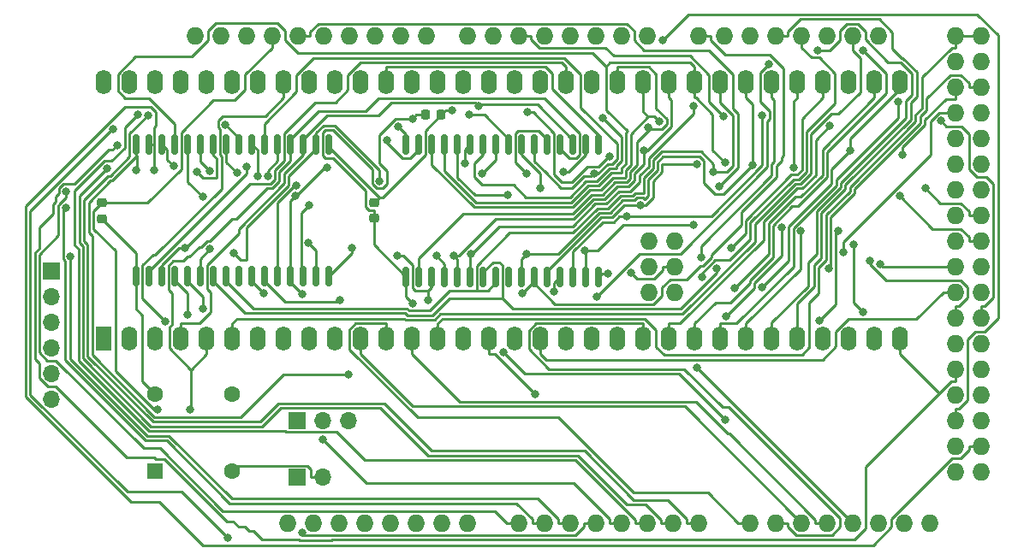
<source format=gbr>
%TF.GenerationSoftware,KiCad,Pcbnew,(6.0.2)*%
%TF.CreationDate,2022-07-18T22:22:09-07:00*%
%TF.ProjectId,Mega68k,4d656761-3638-46b2-9e6b-696361645f70,rev?*%
%TF.SameCoordinates,Original*%
%TF.FileFunction,Copper,L2,Bot*%
%TF.FilePolarity,Positive*%
%FSLAX46Y46*%
G04 Gerber Fmt 4.6, Leading zero omitted, Abs format (unit mm)*
G04 Created by KiCad (PCBNEW (6.0.2)) date 2022-07-18 22:22:09*
%MOMM*%
%LPD*%
G01*
G04 APERTURE LIST*
G04 Aperture macros list*
%AMRoundRect*
0 Rectangle with rounded corners*
0 $1 Rounding radius*
0 $2 $3 $4 $5 $6 $7 $8 $9 X,Y pos of 4 corners*
0 Add a 4 corners polygon primitive as box body*
4,1,4,$2,$3,$4,$5,$6,$7,$8,$9,$2,$3,0*
0 Add four circle primitives for the rounded corners*
1,1,$1+$1,$2,$3*
1,1,$1+$1,$4,$5*
1,1,$1+$1,$6,$7*
1,1,$1+$1,$8,$9*
0 Add four rect primitives between the rounded corners*
20,1,$1+$1,$2,$3,$4,$5,0*
20,1,$1+$1,$4,$5,$6,$7,0*
20,1,$1+$1,$6,$7,$8,$9,0*
20,1,$1+$1,$8,$9,$2,$3,0*%
G04 Aperture macros list end*
%TA.AperFunction,ComponentPad*%
%ADD10R,1.700000X1.700000*%
%TD*%
%TA.AperFunction,ComponentPad*%
%ADD11O,1.700000X1.700000*%
%TD*%
%TA.AperFunction,ComponentPad*%
%ADD12O,1.727200X1.727200*%
%TD*%
%TA.AperFunction,SMDPad,CuDef*%
%ADD13RoundRect,0.150000X-0.150000X0.875000X-0.150000X-0.875000X0.150000X-0.875000X0.150000X0.875000X0*%
%TD*%
%TA.AperFunction,SMDPad,CuDef*%
%ADD14RoundRect,0.225000X0.250000X-0.225000X0.250000X0.225000X-0.250000X0.225000X-0.250000X-0.225000X0*%
%TD*%
%TA.AperFunction,ComponentPad*%
%ADD15R,1.600000X1.600000*%
%TD*%
%TA.AperFunction,ComponentPad*%
%ADD16C,1.600000*%
%TD*%
%TA.AperFunction,SMDPad,CuDef*%
%ADD17RoundRect,0.225000X-0.225000X-0.250000X0.225000X-0.250000X0.225000X0.250000X-0.225000X0.250000X0*%
%TD*%
%TA.AperFunction,ComponentPad*%
%ADD18O,1.600000X2.400000*%
%TD*%
%TA.AperFunction,ComponentPad*%
%ADD19R,1.600000X2.400000*%
%TD*%
%TA.AperFunction,ViaPad*%
%ADD20C,0.800000*%
%TD*%
%TA.AperFunction,Conductor*%
%ADD21C,0.250000*%
%TD*%
G04 APERTURE END LIST*
D10*
%TO.P,J3,1,Pin_1*%
%TO.N,/SDCARD_SEL*%
X52806600Y-83972400D03*
D11*
%TO.P,J3,2,Pin_2*%
%TO.N,/SPI_SCK*%
X52806600Y-86512400D03*
%TO.P,J3,3,Pin_3*%
%TO.N,/SPI_MOSI*%
X52806600Y-89052400D03*
%TO.P,J3,4,Pin_4*%
%TO.N,/SPI_MISO*%
X52806600Y-91592400D03*
%TO.P,J3,5,Pin_5*%
%TO.N,/SPI_VCC*%
X52806600Y-94132400D03*
%TO.P,J3,6,Pin_6*%
%TO.N,/SPI_GND*%
X52806600Y-96672400D03*
%TD*%
D12*
%TO.P,XA1,RST2,SPI_RESET*%
%TO.N,unconnected-(XA1-PadRST2)*%
X111836200Y-86080600D03*
%TO.P,XA1,GND4,SPI_GND*%
%TO.N,/SPI_GND*%
X114376200Y-86080600D03*
%TO.P,XA1,MOSI,SPI_MOSI*%
%TO.N,/SPI_MISO*%
X114376200Y-83540600D03*
%TO.P,XA1,SCK,SPI_SCK*%
%TO.N,/SPI_SCK*%
X111836200Y-83540600D03*
%TO.P,XA1,5V2,SPI_5V*%
%TO.N,/SPI_VCC*%
X114376200Y-81000600D03*
%TO.P,XA1,A0,A0*%
%TO.N,/D8*%
X99009200Y-108940600D03*
%TO.P,XA1,VIN,VIN*%
%TO.N,unconnected-(XA1-PadVIN)*%
X93929200Y-108940600D03*
%TO.P,XA1,GND3,GND*%
%TO.N,GND*%
X91389200Y-108940600D03*
%TO.P,XA1,GND2,GND*%
X88849200Y-108940600D03*
%TO.P,XA1,5V1,5V*%
%TO.N,VCC*%
X86309200Y-108940600D03*
%TO.P,XA1,3V3,3.3V*%
%TO.N,unconnected-(XA1-Pad3V3)*%
X83769200Y-108940600D03*
%TO.P,XA1,RST1,RESET*%
%TO.N,unconnected-(XA1-PadRST1)*%
X81229200Y-108940600D03*
%TO.P,XA1,IORF,IOREF*%
%TO.N,unconnected-(XA1-PadIORF)*%
X78689200Y-108940600D03*
%TO.P,XA1,D21,D21_SCL*%
%TO.N,unconnected-(XA1-PadD21)*%
X134569200Y-60680600D03*
%TO.P,XA1,D20,D20_SDA*%
%TO.N,/AS*%
X132029200Y-60680600D03*
%TO.P,XA1,D19,D19_RX1*%
%TO.N,/LDS*%
X129489200Y-60680600D03*
%TO.P,XA1,D18,D18_TX1*%
%TO.N,/UDS*%
X126949200Y-60680600D03*
%TO.P,XA1,D17,D17_RX2*%
%TO.N,/FC0*%
X124409200Y-60680600D03*
%TO.P,XA1,D16,D16_TX2*%
%TO.N,/FC1*%
X121869200Y-60680600D03*
%TO.P,XA1,D15,D15_RX3*%
%TO.N,/~{ROM_SEL}*%
X119329200Y-60680600D03*
%TO.P,XA1,D14,D14_TX3*%
%TO.N,/~{RAM_SEL}*%
X116789200Y-60680600D03*
%TO.P,XA1,D0,D0_RX0*%
%TO.N,unconnected-(XA1-PadD0)*%
X111709200Y-60680600D03*
%TO.P,XA1,D1,D1_TX0*%
%TO.N,unconnected-(XA1-PadD1)*%
X109169200Y-60680600D03*
%TO.P,XA1,D2,D2_INT0*%
%TO.N,/IPL1*%
X106629200Y-60680600D03*
%TO.P,XA1,D3,D3_INT1*%
%TO.N,/IPL0*%
X104089200Y-60680600D03*
%TO.P,XA1,D4,D4*%
%TO.N,unconnected-(XA1-PadD4)*%
X101549200Y-60680600D03*
%TO.P,XA1,D5,D5*%
%TO.N,/IPL2*%
X99009200Y-60680600D03*
%TO.P,XA1,D6,D6*%
%TO.N,/FC2*%
X96469200Y-60680600D03*
%TO.P,XA1,D7,D7*%
%TO.N,/R{slash}W*%
X93929200Y-60680600D03*
%TO.P,XA1,GND1,GND*%
%TO.N,GND*%
X74625200Y-60680600D03*
%TO.P,XA1,D8,D8*%
%TO.N,unconnected-(XA1-PadD8)*%
X89865200Y-60680600D03*
%TO.P,XA1,D9,D9*%
%TO.N,unconnected-(XA1-PadD9)*%
X87325200Y-60680600D03*
%TO.P,XA1,D10,D10*%
%TO.N,/A21*%
X84785200Y-60680600D03*
%TO.P,XA1,SCL,SCL*%
%TO.N,unconnected-(XA1-PadSCL)*%
X67005200Y-60680600D03*
%TO.P,XA1,SDA,SDA*%
%TO.N,unconnected-(XA1-PadSDA)*%
X69545200Y-60680600D03*
%TO.P,XA1,AREF,AREF*%
%TO.N,unconnected-(XA1-PadAREF)*%
X72085200Y-60680600D03*
%TO.P,XA1,D13,D13*%
%TO.N,/E*%
X77165200Y-60680600D03*
%TO.P,XA1,D12,D12*%
%TO.N,/A23*%
X79705200Y-60680600D03*
%TO.P,XA1,D11,D11*%
%TO.N,/A22*%
X82245200Y-60680600D03*
%TO.P,XA1,*%
%TO.N,*%
X76149200Y-108940600D03*
%TO.P,XA1,A1,A1*%
%TO.N,/D9*%
X101549200Y-108940600D03*
%TO.P,XA1,A2,A2*%
%TO.N,/D10*%
X104089200Y-108940600D03*
%TO.P,XA1,A3,A3*%
%TO.N,/D11*%
X106629200Y-108940600D03*
%TO.P,XA1,A4,A4*%
%TO.N,/D12*%
X109169200Y-108940600D03*
%TO.P,XA1,A5,A5*%
%TO.N,/D13*%
X111709200Y-108940600D03*
%TO.P,XA1,A6,A6*%
%TO.N,/D14*%
X114249200Y-108940600D03*
%TO.P,XA1,A7,A7*%
%TO.N,/D15*%
X116789200Y-108940600D03*
%TO.P,XA1,A8,A8*%
%TO.N,/BGACK*%
X121869200Y-108940600D03*
%TO.P,XA1,A9,A9*%
%TO.N,/BERR*%
X124409200Y-108940600D03*
%TO.P,XA1,A10,A10*%
%TO.N,/BG*%
X126949200Y-108940600D03*
%TO.P,XA1,A11,A11*%
%TO.N,/BR*%
X129489200Y-108940600D03*
%TO.P,XA1,A12,A12*%
%TO.N,/VPA*%
X132029200Y-108940600D03*
%TO.P,XA1,A13,A13*%
%TO.N,/VMA*%
X134569200Y-108940600D03*
%TO.P,XA1,A14,A14*%
%TO.N,unconnected-(XA1-PadA14)*%
X137109200Y-108940600D03*
%TO.P,XA1,A15,A15*%
%TO.N,unconnected-(XA1-PadA15)*%
X139649200Y-108940600D03*
%TO.P,XA1,5V3,5V*%
%TO.N,VCC*%
X142189200Y-60680600D03*
%TO.P,XA1,5V4,5V*%
X144729200Y-60680600D03*
%TO.P,XA1,D22,D22*%
%TO.N,/D0*%
X142189200Y-63220600D03*
%TO.P,XA1,D23,D23*%
%TO.N,/D1*%
X144729200Y-63220600D03*
%TO.P,XA1,D24,D24*%
%TO.N,/D2*%
X142189200Y-65760600D03*
%TO.P,XA1,D25,D25*%
%TO.N,/D3*%
X144729200Y-65760600D03*
%TO.P,XA1,D26,D26*%
%TO.N,/D4*%
X142189200Y-68300600D03*
%TO.P,XA1,D27,D27*%
%TO.N,/D5*%
X144729200Y-68300600D03*
%TO.P,XA1,D28,D28*%
%TO.N,/D6*%
X142189200Y-70840600D03*
%TO.P,XA1,D29,D29*%
%TO.N,/D7*%
X144729200Y-70840600D03*
%TO.P,XA1,D30,D30*%
%TO.N,/A16*%
X142189200Y-73380600D03*
%TO.P,XA1,D31,D31*%
%TO.N,/A15*%
X144729200Y-73380600D03*
%TO.P,XA1,D32,D32*%
%TO.N,/A14*%
X142189200Y-75920600D03*
%TO.P,XA1,D33,D33*%
%TO.N,/A13*%
X144729200Y-75920600D03*
%TO.P,XA1,D34,D34*%
%TO.N,/A12*%
X142189200Y-78460600D03*
%TO.P,XA1,D35,D35*%
%TO.N,/A11*%
X144729200Y-78460600D03*
%TO.P,XA1,D36,D36*%
%TO.N,/A10*%
X142189200Y-81000600D03*
%TO.P,XA1,D37,D37*%
%TO.N,/A9*%
X144729200Y-81000600D03*
%TO.P,XA1,D38,D38*%
%TO.N,/SDCARD_SEL*%
X142189200Y-83540600D03*
%TO.P,XA1,D39,D39*%
%TO.N,/DTACK*%
X144729200Y-83540600D03*
%TO.P,XA1,D40,D40*%
%TO.N,/RESET*%
X142189200Y-86080600D03*
%TO.P,XA1,D41,D41*%
%TO.N,/HALT*%
X144729200Y-86080600D03*
%TO.P,XA1,D42,D42*%
%TO.N,/A8*%
X142189200Y-88620600D03*
%TO.P,XA1,D43,D43*%
%TO.N,/A7*%
X144729200Y-88620600D03*
%TO.P,XA1,D44,D44*%
%TO.N,/A6*%
X142189200Y-91160600D03*
%TO.P,XA1,D45,D45*%
%TO.N,/A5*%
X144729200Y-91160600D03*
%TO.P,XA1,D46,D46*%
%TO.N,/A4*%
X142189200Y-93700600D03*
%TO.P,XA1,D47,D47*%
%TO.N,/A3*%
X144729200Y-93700600D03*
%TO.P,XA1,D48,D48*%
%TO.N,/A2*%
X142189200Y-96240600D03*
%TO.P,XA1,D49,D49*%
%TO.N,/A1*%
X144729200Y-96240600D03*
%TO.P,XA1,D50,D50*%
%TO.N,/A20*%
X142189200Y-98780600D03*
%TO.P,XA1,D51,D51*%
%TO.N,/A19*%
X144729200Y-98780600D03*
%TO.P,XA1,D52,D52*%
%TO.N,/A18*%
X142189200Y-101320600D03*
%TO.P,XA1,D53,D53_SS*%
%TO.N,/A17*%
X144729200Y-101320600D03*
%TO.P,XA1,GND5,GND*%
%TO.N,GND*%
X142189200Y-103860600D03*
%TO.P,XA1,GND6,GND*%
X144729200Y-103860600D03*
%TO.P,XA1,MISO,SPI_MISO*%
%TO.N,/SPI_MOSI*%
X111836200Y-81000600D03*
%TD*%
D13*
%TO.P,U3,1,A18*%
%TO.N,/A19*%
X87858600Y-71453400D03*
%TO.P,U3,2,A16*%
%TO.N,/A17*%
X89128600Y-71453400D03*
%TO.P,U3,3,A14*%
%TO.N,/A15*%
X90398600Y-71453400D03*
%TO.P,U3,4,A12*%
%TO.N,/A13*%
X91668600Y-71453400D03*
%TO.P,U3,5,A7*%
%TO.N,/A8*%
X92938600Y-71453400D03*
%TO.P,U3,6,A6*%
%TO.N,/A7*%
X94208600Y-71453400D03*
%TO.P,U3,7,A5*%
%TO.N,/A6*%
X95478600Y-71453400D03*
%TO.P,U3,8,A4*%
%TO.N,/A5*%
X96748600Y-71453400D03*
%TO.P,U3,9,A3*%
%TO.N,/A4*%
X98018600Y-71453400D03*
%TO.P,U3,10,A2*%
%TO.N,/A3*%
X99288600Y-71453400D03*
%TO.P,U3,11,A1*%
%TO.N,/A2*%
X100558600Y-71453400D03*
%TO.P,U3,12,A0*%
%TO.N,/A1*%
X101828600Y-71453400D03*
%TO.P,U3,13,DQ0*%
%TO.N,/D0*%
X103098600Y-71453400D03*
%TO.P,U3,14,DQ1*%
%TO.N,/D1*%
X104368600Y-71453400D03*
%TO.P,U3,15,DQ2*%
%TO.N,/D2*%
X105638600Y-71453400D03*
%TO.P,U3,16,VSS*%
%TO.N,GND*%
X106908600Y-71453400D03*
%TO.P,U3,17,DQ3*%
%TO.N,/D3*%
X106908600Y-84553400D03*
%TO.P,U3,18,DQ4*%
%TO.N,/D4*%
X105638600Y-84553400D03*
%TO.P,U3,19,DQ5*%
%TO.N,/D5*%
X104368600Y-84553400D03*
%TO.P,U3,20,DQ6*%
%TO.N,/D6*%
X103098600Y-84553400D03*
%TO.P,U3,21,DQ7*%
%TO.N,/D7*%
X101828600Y-84553400D03*
%TO.P,U3,22,CE#*%
%TO.N,/~{RAM_SEL}*%
X100558600Y-84553400D03*
%TO.P,U3,23,A10*%
%TO.N,/A11*%
X99288600Y-84553400D03*
%TO.P,U3,24,OE#*%
%TO.N,/~{UDS}*%
X98018600Y-84553400D03*
%TO.P,U3,25,A11*%
%TO.N,/A12*%
X96748600Y-84553400D03*
%TO.P,U3,26,A9*%
%TO.N,/A10*%
X95478600Y-84553400D03*
%TO.P,U3,27,A8*%
%TO.N,/A9*%
X94208600Y-84553400D03*
%TO.P,U3,28,A13*%
%TO.N,/A14*%
X92938600Y-84553400D03*
%TO.P,U3,29,WE#*%
%TO.N,/R~{W}*%
X91668600Y-84553400D03*
%TO.P,U3,30,A17*%
%TO.N,/A18*%
X90398600Y-84553400D03*
%TO.P,U3,31,A15*%
%TO.N,/A16*%
X89128600Y-84553400D03*
%TO.P,U3,32,VCC*%
%TO.N,VCC*%
X87858600Y-84553400D03*
%TD*%
D14*
%TO.P,C5,1*%
%TO.N,VCC*%
X84683600Y-78778400D03*
%TO.P,C5,2*%
%TO.N,GND*%
X84683600Y-77228400D03*
%TD*%
D10*
%TO.P,J2,1,Pin_1*%
%TO.N,/EXT_CLK*%
X77053200Y-104444800D03*
D11*
%TO.P,J2,2,Pin_2*%
%TO.N,GND*%
X79593200Y-104444800D03*
%TD*%
D15*
%TO.P,X1,1,EN*%
%TO.N,unconnected-(X1-Pad1)*%
X63017400Y-103804200D03*
D16*
%TO.P,X1,4,GND*%
%TO.N,GND*%
X70637400Y-103804200D03*
%TO.P,X1,5,OUT*%
%TO.N,/INT_CLK*%
X70637400Y-96184200D03*
%TO.P,X1,8,Vcc*%
%TO.N,VCC*%
X63017400Y-96184200D03*
%TD*%
D17*
%TO.P,C2,1*%
%TO.N,VCC*%
X89776000Y-68529200D03*
%TO.P,C2,2*%
%TO.N,GND*%
X91326000Y-68529200D03*
%TD*%
D10*
%TO.P,J1,1,Pin_1*%
%TO.N,/INT_CLK*%
X77053200Y-98780600D03*
D11*
%TO.P,J1,2,Pin_2*%
%TO.N,/CPU_CLK*%
X79593200Y-98780600D03*
%TO.P,J1,3,Pin_3*%
%TO.N,/EXT_CLK*%
X82133200Y-98780600D03*
%TD*%
D18*
%TO.P,U1,64,D5*%
%TO.N,/D5*%
X57983200Y-65328800D03*
%TO.P,U1,63,D6*%
%TO.N,/D6*%
X60523200Y-65328800D03*
%TO.P,U1,62,D7*%
%TO.N,/D7*%
X63063200Y-65328800D03*
%TO.P,U1,61,D8*%
%TO.N,/D8*%
X65603200Y-65328800D03*
%TO.P,U1,60,D9*%
%TO.N,/D9*%
X68143200Y-65328800D03*
%TO.P,U1,59,D10*%
%TO.N,/D10*%
X70683200Y-65328800D03*
%TO.P,U1,58,D11*%
%TO.N,/D11*%
X73223200Y-65328800D03*
%TO.P,U1,57,D12*%
%TO.N,/D12*%
X75763200Y-65328800D03*
%TO.P,U1,56,D13*%
%TO.N,/D13*%
X78303200Y-65328800D03*
%TO.P,U1,55,D14*%
%TO.N,/D14*%
X80843200Y-65328800D03*
%TO.P,U1,54,D15*%
%TO.N,/D15*%
X83383200Y-65328800D03*
%TO.P,U1,53,GND*%
%TO.N,GND*%
X85923200Y-65328800D03*
%TO.P,U1,52,A23*%
%TO.N,/A23*%
X88463200Y-65328800D03*
%TO.P,U1,51,A22*%
%TO.N,/A22*%
X91003200Y-65328800D03*
%TO.P,U1,50,A21*%
%TO.N,/A21*%
X93543200Y-65328800D03*
%TO.P,U1,49,VCC*%
%TO.N,VCC*%
X96083200Y-65328800D03*
%TO.P,U1,48,A20*%
%TO.N,/A20*%
X98623200Y-65328800D03*
%TO.P,U1,47,A19*%
%TO.N,/A19*%
X101163200Y-65328800D03*
%TO.P,U1,46,A18*%
%TO.N,/A18*%
X103703200Y-65328800D03*
%TO.P,U1,45,A17*%
%TO.N,/A17*%
X106243200Y-65328800D03*
%TO.P,U1,44,A16*%
%TO.N,/A16*%
X108783200Y-65328800D03*
%TO.P,U1,43,A15*%
%TO.N,/A15*%
X111323200Y-65328800D03*
%TO.P,U1,42,A14*%
%TO.N,/A14*%
X113863200Y-65328800D03*
%TO.P,U1,41,A13*%
%TO.N,/A13*%
X116403200Y-65328800D03*
%TO.P,U1,40,A12*%
%TO.N,/A12*%
X118943200Y-65328800D03*
%TO.P,U1,39,A11*%
%TO.N,/A11*%
X121483200Y-65328800D03*
%TO.P,U1,38,A10*%
%TO.N,/A10*%
X124023200Y-65328800D03*
%TO.P,U1,37,A9*%
%TO.N,/A9*%
X126563200Y-65328800D03*
%TO.P,U1,36,A8*%
%TO.N,/A8*%
X129103200Y-65328800D03*
%TO.P,U1,35,A7*%
%TO.N,/A7*%
X131643200Y-65328800D03*
%TO.P,U1,34,A6*%
%TO.N,/A6*%
X134183200Y-65328800D03*
%TO.P,U1,33,A5*%
%TO.N,/A5*%
X136723200Y-65328800D03*
%TO.P,U1,32,A4*%
%TO.N,/A4*%
X136723200Y-90728800D03*
%TO.P,U1,31,A3*%
%TO.N,/A3*%
X134183200Y-90728800D03*
%TO.P,U1,30,A2*%
%TO.N,/A2*%
X131643200Y-90728800D03*
%TO.P,U1,29,A1*%
%TO.N,/A1*%
X129103200Y-90728800D03*
%TO.P,U1,28,FC0*%
%TO.N,/FC0*%
X126563200Y-90728800D03*
%TO.P,U1,27,FC1*%
%TO.N,/FC1*%
X124023200Y-90728800D03*
%TO.P,U1,26,FC2*%
%TO.N,/FC2*%
X121483200Y-90728800D03*
%TO.P,U1,25,IPL0*%
%TO.N,/IPL0*%
X118943200Y-90728800D03*
%TO.P,U1,24,IPL1*%
%TO.N,/IPL1*%
X116403200Y-90728800D03*
%TO.P,U1,23,IPL2*%
%TO.N,/IPL2*%
X113863200Y-90728800D03*
%TO.P,U1,22,BERR*%
%TO.N,/BERR*%
X111323200Y-90728800D03*
%TO.P,U1,21,VPA*%
%TO.N,/VPA*%
X108783200Y-90728800D03*
%TO.P,U1,20,E*%
%TO.N,/E*%
X106243200Y-90728800D03*
%TO.P,U1,19,VMA*%
%TO.N,/VMA*%
X103703200Y-90728800D03*
%TO.P,U1,18,RESET*%
%TO.N,/RESET*%
X101163200Y-90728800D03*
%TO.P,U1,17,HALT*%
%TO.N,/HALT*%
X98623200Y-90728800D03*
%TO.P,U1,16,GND*%
%TO.N,GND*%
X96083200Y-90728800D03*
%TO.P,U1,15,CLK*%
%TO.N,/CPU_CLK*%
X93543200Y-90728800D03*
%TO.P,U1,14,VCC*%
%TO.N,VCC*%
X91003200Y-90728800D03*
%TO.P,U1,13,BR*%
%TO.N,/BR*%
X88463200Y-90728800D03*
%TO.P,U1,12,BGACK*%
%TO.N,/BGACK*%
X85923200Y-90728800D03*
%TO.P,U1,11,BG*%
%TO.N,/BG*%
X83383200Y-90728800D03*
%TO.P,U1,10,DTACK*%
%TO.N,/DTACK*%
X80843200Y-90728800D03*
%TO.P,U1,9,R/W*%
%TO.N,/R{slash}W*%
X78303200Y-90728800D03*
%TO.P,U1,8,LDS*%
%TO.N,/LDS*%
X75763200Y-90728800D03*
%TO.P,U1,7,UDS*%
%TO.N,/UDS*%
X73223200Y-90728800D03*
%TO.P,U1,6,AS*%
%TO.N,/AS*%
X70683200Y-90728800D03*
%TO.P,U1,5,D0*%
%TO.N,/D0*%
X68143200Y-90728800D03*
%TO.P,U1,4,D1*%
%TO.N,/D1*%
X65603200Y-90728800D03*
%TO.P,U1,3,D2*%
%TO.N,/D2*%
X63063200Y-90728800D03*
%TO.P,U1,2,D3*%
%TO.N,/D3*%
X60523200Y-90728800D03*
D19*
%TO.P,U1,1,D4*%
%TO.N,/D4*%
X57983200Y-90728800D03*
%TD*%
D13*
%TO.P,U2,1,A18*%
%TO.N,/A19*%
X61163200Y-71428000D03*
%TO.P,U2,2,A16*%
%TO.N,/A17*%
X62433200Y-71428000D03*
%TO.P,U2,3,A14*%
%TO.N,/A15*%
X63703200Y-71428000D03*
%TO.P,U2,4,A12*%
%TO.N,/A13*%
X64973200Y-71428000D03*
%TO.P,U2,5,A7*%
%TO.N,/A8*%
X66243200Y-71428000D03*
%TO.P,U2,6,A6*%
%TO.N,/A7*%
X67513200Y-71428000D03*
%TO.P,U2,7,A5*%
%TO.N,/A6*%
X68783200Y-71428000D03*
%TO.P,U2,8,A4*%
%TO.N,/A5*%
X70053200Y-71428000D03*
%TO.P,U2,9,A3*%
%TO.N,/A4*%
X71323200Y-71428000D03*
%TO.P,U2,10,A2*%
%TO.N,/A3*%
X72593200Y-71428000D03*
%TO.P,U2,11,A1*%
%TO.N,/A2*%
X73863200Y-71428000D03*
%TO.P,U2,12,A0*%
%TO.N,/A1*%
X75133200Y-71428000D03*
%TO.P,U2,13,DQ0*%
%TO.N,/D0*%
X76403200Y-71428000D03*
%TO.P,U2,14,DQ1*%
%TO.N,/D1*%
X77673200Y-71428000D03*
%TO.P,U2,15,DQ2*%
%TO.N,/D2*%
X78943200Y-71428000D03*
%TO.P,U2,16,VSS*%
%TO.N,GND*%
X80213200Y-71428000D03*
%TO.P,U2,17,DQ3*%
%TO.N,/D3*%
X80213200Y-84528000D03*
%TO.P,U2,18,DQ4*%
%TO.N,/D4*%
X78943200Y-84528000D03*
%TO.P,U2,19,DQ5*%
%TO.N,/D5*%
X77673200Y-84528000D03*
%TO.P,U2,20,DQ6*%
%TO.N,/D6*%
X76403200Y-84528000D03*
%TO.P,U2,21,DQ7*%
%TO.N,/D7*%
X75133200Y-84528000D03*
%TO.P,U2,22,CE#*%
%TO.N,/~{RAM_SEL}*%
X73863200Y-84528000D03*
%TO.P,U2,23,A10*%
%TO.N,/A11*%
X72593200Y-84528000D03*
%TO.P,U2,24,OE#*%
%TO.N,/~{LDS}*%
X71323200Y-84528000D03*
%TO.P,U2,25,A11*%
%TO.N,/A12*%
X70053200Y-84528000D03*
%TO.P,U2,26,A9*%
%TO.N,/A10*%
X68783200Y-84528000D03*
%TO.P,U2,27,A8*%
%TO.N,/A9*%
X67513200Y-84528000D03*
%TO.P,U2,28,A13*%
%TO.N,/A14*%
X66243200Y-84528000D03*
%TO.P,U2,29,WE#*%
%TO.N,/R~{W}*%
X64973200Y-84528000D03*
%TO.P,U2,30,A17*%
%TO.N,/A18*%
X63703200Y-84528000D03*
%TO.P,U2,31,A15*%
%TO.N,/A16*%
X62433200Y-84528000D03*
%TO.P,U2,32,VCC*%
%TO.N,VCC*%
X61163200Y-84528000D03*
%TD*%
D14*
%TO.P,C4,1*%
%TO.N,VCC*%
X57734200Y-78803800D03*
%TO.P,C4,2*%
%TO.N,GND*%
X57734200Y-77253800D03*
%TD*%
D20*
%TO.N,/SPI_MISO*%
X110110400Y-84166300D03*
%TO.N,/SDCARD_SEL*%
X134753600Y-83331300D03*
%TO.N,/R~{W}*%
X66217800Y-88315800D03*
X90881200Y-82498840D03*
%TO.N,/~{RAM_SEL}*%
X81346400Y-86848100D03*
X99347800Y-86195100D03*
%TO.N,/D5*%
X78274600Y-77443300D03*
X109686700Y-78584500D03*
X123080700Y-68628400D03*
%TO.N,/D6*%
X102469100Y-86012000D03*
X76893000Y-76541300D03*
X77605900Y-86285300D03*
X80035400Y-73761600D03*
%TO.N,/D7*%
X76958000Y-75540900D03*
X110998000Y-77444600D03*
X116586800Y-73418800D03*
%TO.N,/D8*%
X54256300Y-76129100D03*
%TO.N,/D9*%
X54256300Y-77713000D03*
%TO.N,/D10*%
X54650900Y-82522000D03*
%TO.N,/D11*%
X58895800Y-69934300D03*
X70208600Y-110445300D03*
X77608900Y-109943900D03*
%TO.N,/D12*%
X64027100Y-88971300D03*
X79646600Y-100693100D03*
%TO.N,/D13*%
X61302300Y-68514200D03*
%TO.N,/D14*%
X58294200Y-73833000D03*
%TO.N,/D15*%
X62306900Y-68571700D03*
%TO.N,/A20*%
X113191800Y-61136000D03*
%TO.N,/A19*%
X61188600Y-74015600D03*
X87084050Y-69667950D03*
X82141000Y-94275500D03*
%TO.N,/A18*%
X86944200Y-82498840D03*
X65991749Y-81714349D03*
X90045100Y-86869800D03*
X97497800Y-92022100D03*
X119381800Y-98720900D03*
%TO.N,/A17*%
X62966600Y-74041000D03*
X86004400Y-71034700D03*
%TO.N,/A16*%
X111806600Y-69741500D03*
X72104000Y-73636500D03*
%TO.N,/A15*%
X112854000Y-69210000D03*
X64869900Y-73610400D03*
%TO.N,/A14*%
X67790000Y-87706200D03*
X92583000Y-82498840D03*
X111387400Y-72092800D03*
%TO.N,/A13*%
X119391300Y-73256500D03*
%TO.N,/A12*%
X118257900Y-74174800D03*
%TO.N,/A11*%
X73738100Y-86174300D03*
X99771200Y-82321400D03*
X122085600Y-73478400D03*
X139218500Y-75801600D03*
%TO.N,/A10*%
X118602200Y-83741700D03*
X117020700Y-82634800D03*
%TO.N,/A9*%
X116273900Y-67638600D03*
X68468901Y-81829301D03*
X94262100Y-82334400D03*
X126206200Y-73736000D03*
X136639600Y-76579900D03*
%TO.N,/A8*%
X67747500Y-76667500D03*
X119984100Y-81722900D03*
X133753200Y-83020400D03*
X97916300Y-76482300D03*
%TO.N,/A7*%
X93663100Y-73293320D03*
X140757800Y-69138500D03*
X68421300Y-74078500D03*
%TO.N,/A6*%
X120307100Y-85700600D03*
X67208400Y-74218800D03*
X107314800Y-68813900D03*
%TO.N,/A5*%
X71112600Y-74266200D03*
X95363200Y-74377500D03*
X131808000Y-72052100D03*
X123022200Y-85644900D03*
%TO.N,/A4*%
X69993300Y-69491000D03*
X59283100Y-71527000D03*
X94089900Y-68503600D03*
%TO.N,/A3*%
X73156000Y-74640300D03*
X101142800Y-75788500D03*
X132133700Y-81394500D03*
X133001200Y-88037500D03*
%TO.N,/A2*%
X106415500Y-74362300D03*
X130561800Y-80056300D03*
X128685500Y-88927900D03*
%TO.N,/A1*%
X99779600Y-74333600D03*
X74156400Y-74640300D03*
%TO.N,/FC1*%
X128590800Y-62143700D03*
%TO.N,/FC2*%
X126892300Y-80059800D03*
X107978932Y-72652412D03*
X99812600Y-68280400D03*
%TO.N,/IPL0*%
X136520900Y-67194000D03*
%TO.N,/IPL1*%
X133033900Y-62145200D03*
%TO.N,/IPL2*%
X129751100Y-69614300D03*
X119232800Y-68644200D03*
%TO.N,/VPA*%
X116617000Y-93528400D03*
%TO.N,/E*%
X119531100Y-88478000D03*
X124955800Y-79691100D03*
X118792100Y-75625500D03*
%TO.N,/LDS*%
X106684100Y-86540000D03*
X123700800Y-63512700D03*
%TO.N,/UDS*%
X117099200Y-84607700D03*
%TO.N,/D0*%
X66453000Y-97711100D03*
%TO.N,/D1*%
X94989600Y-67653000D03*
%TO.N,/D2*%
X70779177Y-82211312D03*
X103403400Y-74205500D03*
X136945600Y-72475000D03*
X85218800Y-75090600D03*
%TO.N,/D3*%
X82500500Y-81682400D03*
X107833400Y-84248600D03*
X129618200Y-83774300D03*
%TO.N,/D4*%
X78193700Y-81232100D03*
X105562400Y-81965800D03*
X116299300Y-79398100D03*
X131098000Y-82126700D03*
%TO.N,GND*%
X63308500Y-97726600D03*
X100625900Y-96220500D03*
X92377300Y-68071300D03*
%TO.N,VCC*%
X88482300Y-68930600D03*
X88465200Y-87185900D03*
%TD*%
D21*
%TO.N,/FC0*%
X125598100Y-60680600D02*
X124409200Y-60680600D01*
X125598100Y-60311100D02*
X125598100Y-60680600D01*
X126868100Y-59041100D02*
X125598100Y-60311100D01*
X134638500Y-59041100D02*
X126868100Y-59041100D01*
X135953500Y-60356100D02*
X134638500Y-59041100D01*
X135953500Y-61988700D02*
X135953500Y-60356100D01*
X136850180Y-62885380D02*
X135953500Y-61988700D01*
X136945198Y-62885380D02*
X136850180Y-62885380D01*
X138336000Y-64276182D02*
X136945198Y-62885380D01*
X138336000Y-66737500D02*
X138336000Y-64276182D01*
X137772500Y-67301000D02*
X138336000Y-66737500D01*
X137772500Y-68979900D02*
X137772500Y-67301000D01*
X131278600Y-75473800D02*
X137772500Y-68979900D01*
X128927700Y-82722500D02*
X128927700Y-78259500D01*
X128216900Y-83433300D02*
X128927700Y-82722500D01*
X128927700Y-78259500D02*
X131278600Y-75908600D01*
X131278600Y-75908600D02*
X131278600Y-75473800D01*
X128216900Y-85561700D02*
X128216900Y-83433300D01*
X126563200Y-87215400D02*
X128216900Y-85561700D01*
X126563200Y-90728800D02*
X126563200Y-87215400D01*
%TO.N,/D7*%
X113185480Y-73418800D02*
X116586800Y-73418800D01*
X112274679Y-76738474D02*
X112274679Y-75102724D01*
X112274679Y-75102724D02*
X113185480Y-74191922D01*
X111568553Y-77444600D02*
X112274679Y-76738474D01*
X113185480Y-74191922D02*
X113185480Y-73418800D01*
X110998000Y-77444600D02*
X111568553Y-77444600D01*
%TO.N,/A11*%
X117315300Y-75269000D02*
X118397300Y-76351000D01*
X119213000Y-76351000D02*
X122085600Y-73478400D01*
X116883400Y-72685100D02*
X117315300Y-73117000D01*
X113269736Y-72685100D02*
X116883400Y-72685100D01*
X112735960Y-73218876D02*
X113269736Y-72685100D01*
X112735960Y-74005725D02*
X112735960Y-73218876D01*
X111825159Y-74916526D02*
X112735960Y-74005725D01*
X111825159Y-76552276D02*
X111825159Y-74916526D01*
X111477725Y-76899710D02*
X111825159Y-76552276D01*
X110422906Y-76995080D02*
X110697897Y-76720089D01*
X109268003Y-76995080D02*
X110422906Y-76995080D01*
X118397300Y-76351000D02*
X119213000Y-76351000D01*
X111298103Y-76720089D02*
X111477725Y-76899710D01*
X108023382Y-78239700D02*
X109268003Y-76995080D01*
X117315300Y-73117000D02*
X117315300Y-75269000D01*
X106944000Y-78239700D02*
X108023382Y-78239700D01*
X102862300Y-82321400D02*
X106944000Y-78239700D01*
X110697897Y-76720089D02*
X111298103Y-76720089D01*
X99771200Y-82321400D02*
X102862300Y-82321400D01*
%TO.N,/A12*%
X117053800Y-72186800D02*
X118257900Y-73390900D01*
X118257900Y-73390900D02*
X118257900Y-74174800D01*
X113132318Y-72186800D02*
X117053800Y-72186800D01*
X112286440Y-73819527D02*
X112286440Y-73032678D01*
X112286440Y-73032678D02*
X113132318Y-72186800D01*
X111375639Y-74730329D02*
X112286440Y-73819527D01*
X111375639Y-76270569D02*
X111375639Y-74730329D01*
X110511700Y-76270569D02*
X111375639Y-76270569D01*
X107837964Y-77789400D02*
X109081806Y-76545560D01*
X110236708Y-76545560D02*
X110511700Y-76270569D01*
X106757400Y-77789400D02*
X107837964Y-77789400D01*
X104338800Y-80208000D02*
X106757400Y-77789400D01*
X109081806Y-76545560D02*
X110236708Y-76545560D01*
X94834500Y-83481100D02*
X98107600Y-80208000D01*
X94834500Y-85921500D02*
X94834500Y-83481100D01*
X98107600Y-80208000D02*
X104338800Y-80208000D01*
%TO.N,/A9*%
X116273900Y-68409500D02*
X116273900Y-67638600D01*
X111836920Y-72846480D02*
X116273900Y-68409500D01*
X111836920Y-73633330D02*
X111836920Y-72846480D01*
X110926119Y-74544132D02*
X111836920Y-73633330D01*
X110926119Y-75220433D02*
X110926119Y-74544132D01*
X107652547Y-77339100D02*
X108895609Y-76096040D01*
X106570800Y-77339100D02*
X107652547Y-77339100D01*
X97083200Y-79598500D02*
X104311400Y-79598500D01*
X104311400Y-79598500D02*
X106570800Y-77339100D01*
X94304700Y-82377000D02*
X97083200Y-79598500D01*
X108895609Y-76096040D02*
X110050512Y-76096040D01*
X110050512Y-76096040D02*
X110926119Y-75220433D01*
%TO.N,/D6*%
X76983700Y-76541300D02*
X76893000Y-76541300D01*
X79763400Y-73761600D02*
X76983700Y-76541300D01*
X80035400Y-73761600D02*
X79763400Y-73761600D01*
%TO.N,VCC*%
X86796800Y-68930600D02*
X88482300Y-68930600D01*
X85191600Y-70535800D02*
X86796800Y-68930600D01*
X85191600Y-73358682D02*
X85191600Y-70535800D01*
X85943311Y-74110393D02*
X85191600Y-73358682D01*
X85943311Y-75391889D02*
X85943311Y-74110393D01*
X84918400Y-75815900D02*
X85519300Y-75815900D01*
X84493500Y-75391000D02*
X84918400Y-75815900D01*
X84493500Y-73933300D02*
X84493500Y-75391000D01*
X80614100Y-70053900D02*
X84493500Y-73933300D01*
X79850000Y-70053900D02*
X80614100Y-70053900D01*
X85519300Y-75815900D02*
X85943311Y-75391889D01*
X79578200Y-70325700D02*
X79850000Y-70053900D01*
X83884080Y-76054198D02*
X80664782Y-72834900D01*
X83884080Y-77681018D02*
X83884080Y-76054198D01*
X84205982Y-78002920D02*
X83884080Y-77681018D01*
X84683600Y-78002920D02*
X84205982Y-78002920D01*
X79862900Y-72834900D02*
X79578200Y-72550200D01*
X84683600Y-78778400D02*
X84683600Y-78002920D01*
X80664782Y-72834900D02*
X79862900Y-72834900D01*
X79578200Y-72550200D02*
X79578200Y-70325700D01*
%TO.N,/A7*%
X67513200Y-73170400D02*
X67513200Y-71428000D01*
X68421300Y-74078500D02*
X67513200Y-73170400D01*
%TO.N,/A6*%
X68783200Y-72513900D02*
X68783200Y-71428000D01*
X69145800Y-74803000D02*
X69145800Y-72876500D01*
X69145800Y-72876500D02*
X68783200Y-72513900D01*
X67792600Y-74803000D02*
X69145800Y-74803000D01*
X67208400Y-74218800D02*
X67792600Y-74803000D01*
%TO.N,/A17*%
X62966600Y-74041000D02*
X62966600Y-71450400D01*
X62966600Y-71450400D02*
X62944200Y-71428000D01*
%TO.N,/A19*%
X61271100Y-72638800D02*
X61217200Y-72584800D01*
X61271100Y-73933100D02*
X61271100Y-72638800D01*
X61188600Y-74015600D02*
X61271100Y-73933100D01*
%TO.N,/A9*%
X67513200Y-82785002D02*
X67513200Y-84528000D01*
X68468901Y-81829301D02*
X67513200Y-82785002D01*
%TO.N,/A18*%
X103703200Y-63803500D02*
X103703200Y-65328800D01*
X103232500Y-63332800D02*
X103703200Y-63803500D01*
X83370100Y-63332800D02*
X103232500Y-63332800D01*
X82113200Y-66051300D02*
X82113200Y-64589700D01*
X80875400Y-67289100D02*
X82113200Y-66051300D01*
X78839000Y-67289100D02*
X80875400Y-67289100D01*
X75768200Y-70359900D02*
X78839000Y-67289100D01*
X74881700Y-73973300D02*
X75768200Y-73086800D01*
X74881700Y-74940800D02*
X74881700Y-73973300D01*
X74456900Y-75365600D02*
X74881700Y-74940800D01*
X72410000Y-75365600D02*
X74456900Y-75365600D01*
X66061251Y-81714349D02*
X72410000Y-75365600D01*
X65991749Y-81714349D02*
X66061251Y-81714349D01*
X63703200Y-83440600D02*
X63703200Y-84528000D01*
X65429451Y-81714349D02*
X63703200Y-83440600D01*
X75768200Y-73086800D02*
X75768200Y-70359900D01*
X65991749Y-81714349D02*
X65429451Y-81714349D01*
X82113200Y-64589700D02*
X83370100Y-63332800D01*
%TO.N,/D2*%
X76232600Y-74626100D02*
X78943200Y-71915500D01*
X76232600Y-75500600D02*
X76232600Y-74626100D01*
X72051000Y-79682200D02*
X76232600Y-75500600D01*
X70779177Y-82211312D02*
X71451265Y-82883400D01*
X71451265Y-82883400D02*
X72051000Y-82883400D01*
X78943200Y-71915500D02*
X78943200Y-71428000D01*
X72051000Y-82883400D02*
X72051000Y-79682200D01*
%TO.N,/R~{W}*%
X64973200Y-84963400D02*
X64973200Y-84528000D01*
X66217800Y-86208000D02*
X64973200Y-84963400D01*
X66217800Y-88315800D02*
X66217800Y-86208000D01*
%TO.N,/A14*%
X67790000Y-86576686D02*
X66243200Y-85029886D01*
X67790000Y-87706200D02*
X67790000Y-86576686D01*
X66243200Y-85029886D02*
X66243200Y-84528000D01*
%TO.N,/D1*%
X75782300Y-74346500D02*
X77673200Y-72455600D01*
X75782300Y-75314000D02*
X75782300Y-74346500D01*
X71286100Y-79810200D02*
X75782300Y-75314000D01*
X68148200Y-83403700D02*
X71286100Y-80265800D01*
X68514500Y-86109100D02*
X68148200Y-85742800D01*
X71286100Y-80265800D02*
X71286100Y-79810200D01*
X68514500Y-88101900D02*
X68514500Y-86109100D01*
X68148200Y-85742800D02*
X68148200Y-83403700D01*
X67412900Y-89203500D02*
X68514500Y-88101900D01*
X65603200Y-89203500D02*
X67412900Y-89203500D01*
X65603200Y-90728800D02*
X65603200Y-89203500D01*
X77673200Y-72455600D02*
X77673200Y-71428000D01*
%TO.N,/A18*%
X88775100Y-85958500D02*
X90028600Y-85958500D01*
X88493600Y-85677000D02*
X88775100Y-85958500D01*
X88493600Y-83427900D02*
X88493600Y-85677000D01*
X86944200Y-82498840D02*
X87564540Y-82498840D01*
X87564540Y-82498840D02*
X88493600Y-83427900D01*
%TO.N,/R~{W}*%
X91668600Y-83286240D02*
X91668600Y-84553400D01*
X90881200Y-82498840D02*
X91668600Y-83286240D01*
%TO.N,/A16*%
X110662100Y-71191400D02*
X111918200Y-69935300D01*
X110662100Y-73536715D02*
X110662100Y-71191400D01*
X110027079Y-74171736D02*
X110662100Y-73536715D01*
X110027079Y-74848037D02*
X110027079Y-74171736D01*
X107281712Y-76438500D02*
X108523213Y-75197000D01*
X108523213Y-75197000D02*
X109678116Y-75197000D01*
X106197600Y-76438500D02*
X107281712Y-76438500D01*
X104307600Y-78328500D02*
X106197600Y-76438500D01*
X109678116Y-75197000D02*
X110027079Y-74848037D01*
X89128600Y-82702400D02*
X93502500Y-78328500D01*
X93502500Y-78328500D02*
X104307600Y-78328500D01*
X89128600Y-84553400D02*
X89128600Y-82702400D01*
%TO.N,/A14*%
X92938600Y-82854440D02*
X92583000Y-82498840D01*
X92938600Y-84553400D02*
X92938600Y-82854440D01*
X111387400Y-73447133D02*
X111387400Y-72092800D01*
X110476599Y-75034235D02*
X110476599Y-74357934D01*
X109864314Y-75646520D02*
X110476599Y-75034235D01*
X110476599Y-74357934D02*
X111387400Y-73447133D01*
X104415800Y-78857200D02*
X106384200Y-76888800D01*
X108709410Y-75646520D02*
X109864314Y-75646520D01*
X96713600Y-78857200D02*
X104415800Y-78857200D01*
X93071960Y-82498840D02*
X96713600Y-78857200D01*
X106384200Y-76888800D02*
X107467130Y-76888800D01*
X107467130Y-76888800D02*
X108709410Y-75646520D01*
X92583000Y-82498840D02*
X93071960Y-82498840D01*
%TO.N,/D4*%
X106769800Y-81965800D02*
X109337500Y-79398100D01*
X105562400Y-81965800D02*
X105638600Y-82042000D01*
X105638600Y-82042000D02*
X105638600Y-84553400D01*
X109337500Y-79398100D02*
X116299300Y-79398100D01*
X105562400Y-81965800D02*
X106769800Y-81965800D01*
%TO.N,/D5*%
X108950018Y-78584500D02*
X109686700Y-78584500D01*
X108394998Y-79139520D02*
X108950018Y-78584500D01*
X104368600Y-82087718D02*
X107316798Y-79139520D01*
X104368600Y-84553400D02*
X104368600Y-82087718D01*
X107316798Y-79139520D02*
X108394998Y-79139520D01*
%TO.N,/A11*%
X99288600Y-82804000D02*
X99288600Y-84553400D01*
X99771200Y-82321400D02*
X99288600Y-82804000D01*
%TO.N,/FC2*%
X100408200Y-68280400D02*
X99812600Y-68280400D01*
X103251718Y-75234800D02*
X102463600Y-74446682D01*
X102463600Y-74446682D02*
X102463600Y-70335800D01*
X105816176Y-73637789D02*
X104219164Y-75234800D01*
X107889216Y-72652412D02*
X106903839Y-73637789D01*
X106903839Y-73637789D02*
X105816176Y-73637789D01*
X107978932Y-72652412D02*
X107889216Y-72652412D01*
X104219164Y-75234800D02*
X103251718Y-75234800D01*
X102463600Y-70335800D02*
X100408200Y-68280400D01*
%TO.N,/A2*%
X106815044Y-74362300D02*
X106415500Y-74362300D01*
X107778425Y-73398920D02*
X106815044Y-74362300D01*
X108257023Y-73398920D02*
X107778425Y-73398920D01*
X108725440Y-72930503D02*
X108257023Y-73398920D01*
X108725440Y-71420840D02*
X108725440Y-72930503D01*
X105117800Y-64526500D02*
X105117800Y-67813200D01*
X103473800Y-62882500D02*
X105117800Y-64526500D01*
X77033200Y-64570700D02*
X78721400Y-62882500D01*
X105117800Y-67813200D02*
X108725440Y-71420840D01*
X77033200Y-66259000D02*
X77033200Y-64570700D01*
X73863200Y-69429000D02*
X77033200Y-66259000D01*
X73863200Y-71428000D02*
X73863200Y-69429000D01*
X78721400Y-62882500D02*
X103473800Y-62882500D01*
%TO.N,/A6*%
X109174960Y-70674060D02*
X107314800Y-68813900D01*
X109174960Y-73116701D02*
X109174960Y-70674060D01*
X108678519Y-73613142D02*
X109174960Y-73116701D01*
X108678519Y-73848441D02*
X108678519Y-73613142D01*
X107964622Y-73848440D02*
X108678519Y-73848441D01*
X106725460Y-75087600D02*
X107964622Y-73848440D01*
X105637800Y-75087600D02*
X106725460Y-75087600D01*
X104042800Y-76682600D02*
X105637800Y-75087600D01*
X99695800Y-76682600D02*
X104042800Y-76682600D01*
X98463200Y-75450000D02*
X99695800Y-76682600D01*
X95338700Y-75450000D02*
X98463200Y-75450000D01*
X94584800Y-74696100D02*
X95338700Y-75450000D01*
X94584800Y-73368100D02*
X94584800Y-74696100D01*
X95478600Y-71453400D02*
X95478600Y-72474300D01*
X95478600Y-72474300D02*
X94584800Y-73368100D01*
%TO.N,/A13*%
X107613400Y-68046100D02*
X107613400Y-63747000D01*
X109716891Y-70149591D02*
X107613400Y-68046100D01*
X109624480Y-70242003D02*
X109716891Y-70149591D01*
X109624480Y-73302899D02*
X109624480Y-70242003D01*
X109128039Y-73799340D02*
X109624480Y-73302899D01*
X106910877Y-75537900D02*
X108150819Y-74297960D01*
X94763718Y-77211600D02*
X104150700Y-77211600D01*
X104150700Y-77211600D02*
X105824400Y-75537900D01*
X108150819Y-74297960D02*
X109128039Y-74297960D01*
X91668600Y-74116482D02*
X94763718Y-77211600D01*
X109128039Y-74297960D02*
X109128039Y-73799340D01*
X91668600Y-71453400D02*
X91668600Y-74116482D01*
X105824400Y-75537900D02*
X106910877Y-75537900D01*
%TO.N,/A15*%
X110074000Y-70428200D02*
X111794800Y-68707400D01*
X110074000Y-73489097D02*
X110074000Y-70428200D01*
X109577559Y-73985538D02*
X110074000Y-73489097D01*
X109577559Y-74661839D02*
X109577559Y-73985538D01*
X109491918Y-74747480D02*
X109577559Y-74661839D01*
X104337300Y-77661900D02*
X106011000Y-75988200D01*
X94578300Y-77661900D02*
X104337300Y-77661900D01*
X106011000Y-75988200D02*
X107096294Y-75988200D01*
X107096294Y-75988200D02*
X108337016Y-74747480D01*
X90398600Y-73482200D02*
X94578300Y-77661900D01*
X108337016Y-74747480D02*
X109491918Y-74747480D01*
X90398600Y-71453400D02*
X90398600Y-73482200D01*
%TO.N,/D7*%
X101828600Y-83992000D02*
X101828600Y-84553400D01*
X108208800Y-78690000D02*
X107130600Y-78690000D01*
X109454200Y-77444600D02*
X108208800Y-78690000D01*
X110998000Y-77444600D02*
X109454200Y-77444600D01*
X107130600Y-78690000D02*
X101828600Y-83992000D01*
%TO.N,/D2*%
X105638600Y-72524117D02*
X105638600Y-71453400D01*
X103957217Y-74205500D02*
X105638600Y-72524117D01*
X103403400Y-74205500D02*
X103957217Y-74205500D01*
%TO.N,/A2*%
X106139720Y-74638080D02*
X106415500Y-74362300D01*
X105451603Y-74638080D02*
X106139720Y-74638080D01*
X101592320Y-74211120D02*
X103174800Y-75793600D01*
X103174800Y-75793600D02*
X104296082Y-75793600D01*
X101592320Y-74178302D02*
X101592320Y-74211120D01*
X100558600Y-73144582D02*
X101592320Y-74178302D01*
X104296082Y-75793600D02*
X105451603Y-74638080D01*
X100558600Y-71453400D02*
X100558600Y-73144582D01*
%TO.N,/A3*%
X101142800Y-74364500D02*
X99288600Y-72510300D01*
X99288600Y-72510300D02*
X99288600Y-71453400D01*
X101142800Y-75788500D02*
X101142800Y-74364500D01*
%TO.N,/A17*%
X89128600Y-71952500D02*
X89128600Y-71453400D01*
X86004400Y-71322700D02*
X87507600Y-72825900D01*
X86004400Y-71034700D02*
X86004400Y-71322700D01*
X88255200Y-72825900D02*
X89128600Y-71952500D01*
X87507600Y-72825900D02*
X88255200Y-72825900D01*
%TO.N,/A19*%
X87858600Y-70442500D02*
X87858600Y-71453400D01*
X87084050Y-69667950D02*
X87858600Y-70442500D01*
%TO.N,/A7*%
X93663100Y-73293320D02*
X93663100Y-71998900D01*
X93663100Y-71998900D02*
X94208600Y-71453400D01*
%TO.N,/A8*%
X92938600Y-74750764D02*
X94670136Y-76482300D01*
X94670136Y-76482300D02*
X97916300Y-76482300D01*
X92938600Y-71453400D02*
X92938600Y-74750764D01*
%TO.N,/SPI_MISO*%
X114376200Y-83540600D02*
X113187300Y-83540600D01*
X110691500Y-84747400D02*
X110110400Y-84166300D01*
X112352000Y-84747400D02*
X110691500Y-84747400D01*
X113187300Y-83912100D02*
X112352000Y-84747400D01*
X113187300Y-83540600D02*
X113187300Y-83912100D01*
%TO.N,/SDCARD_SEL*%
X142189200Y-83540600D02*
X141000300Y-83540600D01*
X134962900Y-83540600D02*
X134753600Y-83331300D01*
X141000300Y-83540600D02*
X134962900Y-83540600D01*
%TO.N,/~{RAM_SEL}*%
X116789200Y-60680600D02*
X117978100Y-60680600D01*
X100558600Y-84984300D02*
X100558600Y-84553400D01*
X100418500Y-85124400D02*
X100558600Y-84984300D01*
X100418500Y-85124400D02*
X99347800Y-86195100D01*
X81183900Y-87010600D02*
X81346400Y-86848100D01*
X75892500Y-87010600D02*
X81183900Y-87010600D01*
X73863200Y-84981300D02*
X75892500Y-87010600D01*
X73863200Y-84528000D02*
X73863200Y-84981300D01*
X102586000Y-87292000D02*
X100418500Y-85124400D01*
X112324100Y-87292000D02*
X102586000Y-87292000D01*
X113138900Y-86477200D02*
X112324100Y-87292000D01*
X113138900Y-85631100D02*
X113138900Y-86477200D01*
X113959400Y-84810600D02*
X113138900Y-85631100D01*
X115640000Y-84810600D02*
X113959400Y-84810600D01*
X116985000Y-83465600D02*
X115640000Y-84810600D01*
X117215700Y-83465600D02*
X116985000Y-83465600D01*
X118064000Y-82617300D02*
X117215700Y-83465600D01*
X118064000Y-82386600D02*
X118064000Y-82617300D01*
X120985000Y-79465600D02*
X118064000Y-82386600D01*
X120985000Y-78177800D02*
X120985000Y-79465600D01*
X124473500Y-74689300D02*
X120985000Y-78177800D01*
X124473500Y-73620800D02*
X124473500Y-74689300D01*
X125030200Y-73064100D02*
X124473500Y-73620800D01*
X125030200Y-72758900D02*
X125030200Y-73064100D01*
X125177600Y-72611500D02*
X125030200Y-72758900D01*
X125177600Y-63932700D02*
X125177600Y-72611500D01*
X123804400Y-62559500D02*
X125177600Y-63932700D01*
X119437100Y-62559500D02*
X123804400Y-62559500D01*
X117978100Y-61100500D02*
X119437100Y-62559500D01*
X117978100Y-60680600D02*
X117978100Y-61100500D01*
%TO.N,/D5*%
X77468400Y-78249500D02*
X78274600Y-77443300D01*
X77468400Y-84323200D02*
X77468400Y-78249500D01*
X77673200Y-84528000D02*
X77468400Y-84323200D01*
X123080700Y-73532000D02*
X123080700Y-68628400D01*
X118028200Y-78584500D02*
X123080700Y-73532000D01*
X109686700Y-78584500D02*
X118028200Y-78584500D01*
%TO.N,/D6*%
X102469100Y-85182900D02*
X103098600Y-84553400D01*
X102469100Y-86012000D02*
X102469100Y-85182900D01*
X76403200Y-85082600D02*
X77605900Y-86285300D01*
X76403200Y-84528000D02*
X76403200Y-85082600D01*
X76403200Y-77031100D02*
X76893000Y-76541300D01*
X76403200Y-84528000D02*
X76403200Y-77031100D01*
%TO.N,/D7*%
X76829100Y-75540900D02*
X76958000Y-75540900D01*
X76829100Y-75541000D02*
X76829100Y-75540900D01*
X75133200Y-77236900D02*
X76829100Y-75541000D01*
X75133200Y-84528000D02*
X75133200Y-77236900D01*
%TO.N,/D8*%
X99009200Y-108940600D02*
X97820300Y-108940600D01*
X96631400Y-107751700D02*
X97820300Y-108940600D01*
X69720900Y-107751700D02*
X96631400Y-107751700D01*
X63502200Y-101533000D02*
X69720900Y-107751700D01*
X61903500Y-101533000D02*
X63502200Y-101533000D01*
X53232900Y-92862400D02*
X61903500Y-101533000D01*
X52376800Y-92862400D02*
X53232900Y-92862400D01*
X51584000Y-92069600D02*
X52376800Y-92862400D01*
X51584000Y-82372900D02*
X51584000Y-92069600D01*
X53475200Y-80481700D02*
X51584000Y-82372900D01*
X53475200Y-77496100D02*
X53475200Y-80481700D01*
X53531000Y-77440300D02*
X53475200Y-77496100D01*
X53531000Y-77412600D02*
X53531000Y-77440300D01*
X54256300Y-76687300D02*
X53531000Y-77412600D01*
X54256300Y-76129100D02*
X54256300Y-76687300D01*
%TO.N,/D9*%
X101549200Y-108940600D02*
X100360300Y-108940600D01*
X53925600Y-78043700D02*
X54256300Y-77713000D01*
X53925600Y-82822400D02*
X53925600Y-78043700D01*
X54106700Y-83003500D02*
X53925600Y-82822400D01*
X54106700Y-92825400D02*
X54106700Y-83003500D01*
X62073100Y-100791800D02*
X54106700Y-92825400D01*
X64220300Y-100791800D02*
X62073100Y-100791800D01*
X70415900Y-106987400D02*
X64220300Y-100791800D01*
X98778600Y-106987400D02*
X70415900Y-106987400D01*
X100360300Y-108569100D02*
X98778600Y-106987400D01*
X100360300Y-108940600D02*
X100360300Y-108569100D01*
%TO.N,/D10*%
X104089200Y-108940600D02*
X102900300Y-108940600D01*
X102900300Y-108569100D02*
X102900300Y-108940600D01*
X100868300Y-106537100D02*
X102900300Y-108569100D01*
X70602500Y-106537100D02*
X100868300Y-106537100D01*
X64406900Y-100341500D02*
X70602500Y-106537100D01*
X62260200Y-100341500D02*
X64406900Y-100341500D01*
X54650900Y-92732200D02*
X62260200Y-100341500D01*
X54650900Y-82522000D02*
X54650900Y-92732200D01*
%TO.N,/D11*%
X105440300Y-109312200D02*
X105440300Y-108940600D01*
X104623000Y-110129500D02*
X105440300Y-109312200D01*
X77794500Y-110129500D02*
X104623000Y-110129500D01*
X77608900Y-109943900D02*
X77794500Y-110129500D01*
X106629200Y-108940600D02*
X105440300Y-108940600D01*
X65629600Y-105866300D02*
X70208600Y-110445300D01*
X60275300Y-105866300D02*
X65629600Y-105866300D01*
X50683400Y-96274400D02*
X60275300Y-105866300D01*
X50683400Y-78039400D02*
X50683400Y-96274400D01*
X58788500Y-69934300D02*
X50683400Y-78039400D01*
X58895800Y-69934300D02*
X58788500Y-69934300D01*
%TO.N,/D12*%
X107980300Y-108569100D02*
X107980300Y-108940600D01*
X104389100Y-104977900D02*
X107980300Y-108569100D01*
X83931400Y-104977900D02*
X104389100Y-104977900D01*
X79646600Y-100693100D02*
X83931400Y-104977900D01*
X109169200Y-108940600D02*
X107980300Y-108940600D01*
X75763200Y-65328800D02*
X75763200Y-66854100D01*
X73980100Y-68637200D02*
X75763200Y-66854100D01*
X69746000Y-68637200D02*
X73980100Y-68637200D01*
X69261300Y-69121900D02*
X69746000Y-68637200D01*
X69261300Y-69784800D02*
X69261300Y-69121900D01*
X69418100Y-69941600D02*
X69261300Y-69784800D01*
X69418100Y-72511900D02*
X69418100Y-69941600D01*
X69596100Y-72689900D02*
X69418100Y-72511900D01*
X69596100Y-75852900D02*
X69596100Y-72689900D01*
X63061800Y-82387200D02*
X69596100Y-75852900D01*
X62823800Y-82387200D02*
X63061800Y-82387200D01*
X61793000Y-83418000D02*
X62823800Y-82387200D01*
X61793000Y-86737200D02*
X61793000Y-83418000D01*
X64027100Y-88971300D02*
X61793000Y-86737200D01*
%TO.N,/D13*%
X111709200Y-108940600D02*
X110520300Y-108940600D01*
X110520300Y-108610200D02*
X110520300Y-108940600D01*
X104632000Y-102721900D02*
X110520300Y-108610200D01*
X83762100Y-102721900D02*
X104632000Y-102721900D01*
X80996200Y-99956000D02*
X83762100Y-102721900D01*
X76001300Y-99956000D02*
X80996200Y-99956000D01*
X75878400Y-99833100D02*
X76001300Y-99956000D01*
X62388700Y-99833100D02*
X75878400Y-99833100D01*
X55459800Y-92904200D02*
X62388700Y-99833100D01*
X55459800Y-81811500D02*
X55459800Y-92904200D01*
X55093800Y-81445500D02*
X55459800Y-81811500D01*
X55093800Y-76007700D02*
X55093800Y-81445500D01*
X57993800Y-73107700D02*
X55093800Y-76007700D01*
X58731500Y-73107700D02*
X57993800Y-73107700D01*
X60051600Y-71787600D02*
X58731500Y-73107700D01*
X60051600Y-69764900D02*
X60051600Y-71787600D01*
X61302300Y-68514200D02*
X60051600Y-69764900D01*
%TO.N,/D14*%
X114249200Y-108940600D02*
X113060300Y-108940600D01*
X113060300Y-108609900D02*
X113060300Y-108940600D01*
X111565200Y-107114800D02*
X113060300Y-108609900D01*
X109703000Y-107114800D02*
X111565200Y-107114800D01*
X104859700Y-102271500D02*
X109703000Y-107114800D01*
X90007400Y-102271500D02*
X104859700Y-102271500D01*
X85313800Y-97577900D02*
X90007400Y-102271500D01*
X75441700Y-97577900D02*
X85313800Y-97577900D01*
X73636900Y-99382700D02*
X75441700Y-97577900D01*
X62616900Y-99382700D02*
X73636900Y-99382700D01*
X55910300Y-92676100D02*
X62616900Y-99382700D01*
X55910300Y-81582200D02*
X55910300Y-92676100D01*
X55545000Y-81216900D02*
X55910300Y-81582200D01*
X55545000Y-76582200D02*
X55545000Y-81216900D01*
X58294200Y-73833000D02*
X55545000Y-76582200D01*
%TO.N,/D15*%
X116789200Y-108940600D02*
X115600300Y-108940600D01*
X115600300Y-108569100D02*
X115600300Y-108940600D01*
X113695600Y-106664400D02*
X115600300Y-108569100D01*
X110386700Y-106664400D02*
X113695600Y-106664400D01*
X105543500Y-101821200D02*
X110386700Y-106664400D01*
X90392800Y-101821200D02*
X105543500Y-101821200D01*
X85699200Y-97127600D02*
X90392800Y-101821200D01*
X75225100Y-97127600D02*
X85699200Y-97127600D01*
X73420300Y-98932400D02*
X75225100Y-97127600D01*
X62822700Y-98932400D02*
X73420300Y-98932400D01*
X56360600Y-92470300D02*
X62822700Y-98932400D01*
X56360600Y-81395600D02*
X56360600Y-92470300D01*
X55995400Y-81030400D02*
X56360600Y-81395600D01*
X55995400Y-76960500D02*
X55995400Y-81030400D01*
X58385500Y-74570400D02*
X55995400Y-76960500D01*
X58594700Y-74570400D02*
X58385500Y-74570400D01*
X60502000Y-72663100D02*
X58594700Y-74570400D01*
X60502000Y-70376600D02*
X60502000Y-72663100D01*
X62306900Y-68571700D02*
X60502000Y-70376600D01*
%TO.N,/A20*%
X142189200Y-98780600D02*
X142189200Y-97591700D01*
X115737000Y-58590800D02*
X113191800Y-61136000D01*
X144321300Y-58590800D02*
X115737000Y-58590800D01*
X146398400Y-60667900D02*
X144321300Y-58590800D01*
X146398400Y-88642500D02*
X146398400Y-60667900D01*
X145069300Y-89971600D02*
X146398400Y-88642500D01*
X144163600Y-89971600D02*
X145069300Y-89971600D01*
X143378100Y-90757100D02*
X144163600Y-89971600D01*
X143378100Y-96774400D02*
X143378100Y-90757100D01*
X142560800Y-97591700D02*
X143378100Y-96774400D01*
X142189200Y-97591700D02*
X142560800Y-97591700D01*
%TO.N,/A19*%
X75693200Y-94275500D02*
X82141000Y-94275500D01*
X71516700Y-98452000D02*
X75693200Y-94275500D01*
X62979200Y-98452000D02*
X71516700Y-98452000D01*
X56811000Y-92283800D02*
X62979200Y-98452000D01*
X56811000Y-80553900D02*
X56811000Y-92283800D01*
X56464100Y-80207000D02*
X56811000Y-80553900D01*
X56464100Y-77206100D02*
X56464100Y-80207000D01*
X58649400Y-75020800D02*
X56464100Y-77206100D01*
X58781200Y-75020800D02*
X58649400Y-75020800D01*
X61217200Y-72584800D02*
X58781200Y-75020800D01*
X61163200Y-72530900D02*
X61163200Y-71428000D01*
X61217200Y-72584800D02*
X61163200Y-72530900D01*
%TO.N,/A18*%
X99631000Y-94155300D02*
X97497800Y-92022100D01*
X114816200Y-94155300D02*
X99631000Y-94155300D01*
X119381800Y-98720900D02*
X114816200Y-94155300D01*
X90398600Y-85588500D02*
X90028600Y-85958500D01*
X90398600Y-84553400D02*
X90398600Y-85588500D01*
X90028600Y-86853300D02*
X90045100Y-86869800D01*
X90028600Y-85958500D02*
X90028600Y-86853300D01*
%TO.N,/A17*%
X144729200Y-101320600D02*
X143540300Y-101320600D01*
X62433200Y-71428000D02*
X62944200Y-71428000D01*
X143540300Y-101692200D02*
X143540300Y-101320600D01*
X142723000Y-102509500D02*
X143540300Y-101692200D01*
X141857900Y-102509500D02*
X142723000Y-102509500D01*
X135839200Y-108528200D02*
X141857900Y-102509500D01*
X135839200Y-109352900D02*
X135839200Y-108528200D01*
X134021500Y-111170600D02*
X135839200Y-109352900D01*
X67741500Y-111170600D02*
X134021500Y-111170600D01*
X63440200Y-106869300D02*
X67741500Y-111170600D01*
X60641400Y-106869300D02*
X63440200Y-106869300D01*
X50233100Y-96461000D02*
X60641400Y-106869300D01*
X50233100Y-77571300D02*
X50233100Y-96461000D01*
X60036300Y-67768100D02*
X50233100Y-77571300D01*
X62587500Y-67768100D02*
X60036300Y-67768100D01*
X63090500Y-68271100D02*
X62587500Y-67768100D01*
X63090500Y-69612500D02*
X63090500Y-68271100D01*
X62944200Y-69758800D02*
X63090500Y-69612500D01*
X62944200Y-71428000D02*
X62944200Y-69758800D01*
%TO.N,/A16*%
X108783200Y-65328800D02*
X108783200Y-63803500D01*
X72104000Y-74344700D02*
X72104000Y-73636500D01*
X62433200Y-84015500D02*
X72104000Y-74344700D01*
X62433200Y-84528000D02*
X62433200Y-84015500D01*
X111806600Y-69823700D02*
X111918200Y-69935300D01*
X111806600Y-69741500D02*
X111806600Y-69823700D01*
X111835900Y-63803500D02*
X108783200Y-63803500D01*
X112593200Y-64560800D02*
X111835900Y-63803500D01*
X112593200Y-67872900D02*
X112593200Y-64560800D01*
X113633900Y-68913600D02*
X112593200Y-67872900D01*
X113633900Y-69470800D02*
X113633900Y-68913600D01*
X113169400Y-69935300D02*
X113633900Y-69470800D01*
X111918200Y-69935300D02*
X113169400Y-69935300D01*
%TO.N,/A15*%
X111323200Y-65328800D02*
X111323200Y-66854100D01*
X111323200Y-68235800D02*
X111794800Y-68707400D01*
X111323200Y-66854100D02*
X111323200Y-68235800D01*
X112351400Y-68707400D02*
X112854000Y-69210000D01*
X111794800Y-68707400D02*
X112351400Y-68707400D01*
X64241400Y-72981900D02*
X64869900Y-73610400D01*
X64241400Y-71966100D02*
X64241400Y-72981900D01*
X64241300Y-71966100D02*
X64241400Y-71966100D01*
X63703200Y-71428000D02*
X64241300Y-71966100D01*
%TO.N,/A14*%
X113863200Y-65328800D02*
X113863200Y-66854100D01*
X114113000Y-67103900D02*
X113863200Y-66854100D01*
X114113000Y-69703200D02*
X114113000Y-67103900D01*
X111723400Y-72092800D02*
X114113000Y-69703200D01*
X111387400Y-72092800D02*
X111723400Y-72092800D01*
%TO.N,/A13*%
X116403200Y-65328800D02*
X116403200Y-66854100D01*
X116403200Y-65328800D02*
X116403200Y-63803500D01*
X118156700Y-72021900D02*
X119391300Y-73256500D01*
X118156700Y-68475000D02*
X118156700Y-72021900D01*
X116535800Y-66854100D02*
X118156700Y-68475000D01*
X116403200Y-66854100D02*
X116535800Y-66854100D01*
X115952700Y-63353000D02*
X116403200Y-63803500D01*
X108007400Y-63353000D02*
X115952700Y-63353000D01*
X107613400Y-63747000D02*
X108007400Y-63353000D01*
X106298600Y-62432200D02*
X107613400Y-63747000D01*
X77191400Y-62432200D02*
X106298600Y-62432200D01*
X75895200Y-61136000D02*
X77191400Y-62432200D01*
X75895200Y-60192700D02*
X75895200Y-61136000D01*
X75135400Y-59432900D02*
X75895200Y-60192700D01*
X69038300Y-59432900D02*
X75135400Y-59432900D01*
X68275200Y-60196000D02*
X69038300Y-59432900D01*
X68275200Y-61101700D02*
X68275200Y-60196000D01*
X66645600Y-62731300D02*
X68275200Y-61101700D01*
X61112500Y-62731300D02*
X66645600Y-62731300D01*
X59354200Y-64489600D02*
X61112500Y-62731300D01*
X59354200Y-66164700D02*
X59354200Y-64489600D01*
X60061600Y-66872100D02*
X59354200Y-66164700D01*
X62424200Y-66872100D02*
X60061600Y-66872100D01*
X64973200Y-69421100D02*
X62424200Y-66872100D01*
X64973200Y-71428000D02*
X64973200Y-69421100D01*
%TO.N,/A12*%
X96748600Y-85090800D02*
X96748600Y-84553400D01*
X95917900Y-85921500D02*
X96748600Y-85090800D01*
X94834500Y-85921500D02*
X95917900Y-85921500D01*
X92161100Y-85921500D02*
X94834500Y-85921500D01*
X90171400Y-87911200D02*
X92161100Y-85921500D01*
X88164800Y-87911200D02*
X90171400Y-87911200D01*
X87939700Y-87686100D02*
X88164800Y-87911200D01*
X72721600Y-87686100D02*
X87939700Y-87686100D01*
X70053200Y-85017700D02*
X72721600Y-87686100D01*
X70053200Y-84528000D02*
X70053200Y-85017700D01*
X118943200Y-67328800D02*
X118943200Y-65328800D01*
X120182700Y-68568300D02*
X118943200Y-67328800D01*
X120182700Y-73546500D02*
X120182700Y-68568300D01*
X119554400Y-74174800D02*
X120182700Y-73546500D01*
X118257900Y-74174800D02*
X119554400Y-74174800D01*
%TO.N,/A11*%
X121483200Y-65328800D02*
X121483200Y-66854100D01*
X144729200Y-78460600D02*
X143540300Y-78460600D01*
X140688600Y-77271700D02*
X139218500Y-75801600D01*
X142723000Y-77271700D02*
X140688600Y-77271700D01*
X143540300Y-78089000D02*
X142723000Y-77271700D01*
X143540300Y-78460600D02*
X143540300Y-78089000D01*
X72593200Y-85029400D02*
X73738100Y-86174300D01*
X72593200Y-84528000D02*
X72593200Y-85029400D01*
X122085600Y-67456500D02*
X122085600Y-73478400D01*
X121483200Y-66854100D02*
X122085600Y-67456500D01*
%TO.N,/A10*%
X124023200Y-65328800D02*
X124023200Y-66854100D01*
X97383600Y-83443000D02*
X97383600Y-86711200D01*
X97097200Y-83156600D02*
X97383600Y-83443000D01*
X96429300Y-83156600D02*
X97097200Y-83156600D01*
X95478600Y-84107300D02*
X96429300Y-83156600D01*
X95478600Y-84553400D02*
X95478600Y-84107300D01*
X92134900Y-86711200D02*
X97383600Y-86711200D01*
X90484600Y-88361500D02*
X92134900Y-86711200D01*
X87978200Y-88361500D02*
X90484600Y-88361500D01*
X87753100Y-88136400D02*
X87978200Y-88361500D01*
X71944900Y-88136400D02*
X87753100Y-88136400D01*
X68783200Y-84974700D02*
X71944900Y-88136400D01*
X68783200Y-84528000D02*
X68783200Y-84974700D01*
X98414700Y-87742300D02*
X97383600Y-86711200D01*
X114990700Y-87742300D02*
X98414700Y-87742300D01*
X118602200Y-84130800D02*
X114990700Y-87742300D01*
X118602200Y-83741700D02*
X118602200Y-84130800D01*
X117020700Y-81505200D02*
X117020700Y-82634800D01*
X124023200Y-74502700D02*
X117020700Y-81505200D01*
X124023200Y-73434200D02*
X124023200Y-74502700D01*
X124256300Y-73201100D02*
X124023200Y-73434200D01*
X124256300Y-67087200D02*
X124256300Y-73201100D01*
X124023200Y-66854100D02*
X124256300Y-67087200D01*
%TO.N,/A9*%
X94208600Y-82473100D02*
X94208600Y-84553400D01*
X94304700Y-82377000D02*
X94208600Y-82473100D01*
X94304700Y-82377000D02*
X94262100Y-82334400D01*
X143540300Y-80629000D02*
X143540300Y-81000600D01*
X142723000Y-79811700D02*
X143540300Y-80629000D01*
X139871400Y-79811700D02*
X142723000Y-79811700D01*
X136639600Y-76579900D02*
X139871400Y-79811700D01*
X144729200Y-81000600D02*
X143540300Y-81000600D01*
X126563200Y-65328800D02*
X126563200Y-66854100D01*
X126206200Y-67211100D02*
X126206200Y-73736000D01*
X126563200Y-66854100D02*
X126206200Y-67211100D01*
%TO.N,/A8*%
X142189200Y-88620600D02*
X142189200Y-87431700D01*
X129103200Y-65328800D02*
X129103200Y-66854100D01*
X142558700Y-87431700D02*
X142189200Y-87431700D01*
X143405500Y-86584900D02*
X142558700Y-87431700D01*
X143405500Y-85593600D02*
X143405500Y-86584900D01*
X142703500Y-84891600D02*
X143405500Y-85593600D01*
X135288200Y-84891600D02*
X142703500Y-84891600D01*
X133753200Y-83356600D02*
X135288200Y-84891600D01*
X133753200Y-83020400D02*
X133753200Y-83356600D01*
X66243200Y-75163200D02*
X67747500Y-76667500D01*
X66243200Y-71428000D02*
X66243200Y-75163200D01*
X127000700Y-68956600D02*
X129103200Y-66854100D01*
X127000700Y-73967300D02*
X127000700Y-68956600D01*
X126506700Y-74461300D02*
X127000700Y-73967300D01*
X125959000Y-74461300D02*
X126506700Y-74461300D01*
X121435300Y-78985000D02*
X125959000Y-74461300D01*
X121435300Y-80271700D02*
X121435300Y-78985000D01*
X119984100Y-81722900D02*
X121435300Y-80271700D01*
%TO.N,/A7*%
X144729200Y-88620600D02*
X144729200Y-87431700D01*
X145100800Y-87431700D02*
X144729200Y-87431700D01*
X145918100Y-86614400D02*
X145100800Y-87431700D01*
X145918100Y-75360200D02*
X145918100Y-86614400D01*
X145208500Y-74650600D02*
X145918100Y-75360200D01*
X144295900Y-74650600D02*
X145208500Y-74650600D01*
X143540200Y-73894900D02*
X144295900Y-74650600D01*
X143540200Y-70416400D02*
X143540200Y-73894900D01*
X142775400Y-69651600D02*
X143540200Y-70416400D01*
X141270900Y-69651600D02*
X142775400Y-69651600D01*
X140757800Y-69138500D02*
X141270900Y-69651600D01*
%TO.N,/A6*%
X134183200Y-65328800D02*
X134183200Y-66854100D01*
X129027100Y-72010200D02*
X134183200Y-66854100D01*
X129027100Y-74514200D02*
X129027100Y-72010200D01*
X126870600Y-76670700D02*
X129027100Y-74514200D01*
X126313500Y-76670700D02*
X126870600Y-76670700D01*
X123686800Y-79297400D02*
X126313500Y-76670700D01*
X123686800Y-82320900D02*
X123686800Y-79297400D01*
X120307100Y-85700600D02*
X123686800Y-82320900D01*
%TO.N,/A5*%
X70053200Y-73206800D02*
X71112600Y-74266200D01*
X70053200Y-71428000D02*
X70053200Y-73206800D01*
X96748600Y-72992100D02*
X95363200Y-74377500D01*
X96748600Y-71453400D02*
X96748600Y-72992100D01*
X136723200Y-65965700D02*
X136723200Y-65328800D01*
X131808000Y-70880900D02*
X136723200Y-65965700D01*
X131808000Y-72052100D02*
X131808000Y-70880900D01*
X129927700Y-73932400D02*
X131808000Y-72052100D01*
X129927700Y-75348800D02*
X129927700Y-73932400D01*
X125705200Y-79571300D02*
X129927700Y-75348800D01*
X125705200Y-82961900D02*
X125705200Y-79571300D01*
X123022200Y-85644900D02*
X125705200Y-82961900D01*
%TO.N,/A4*%
X142189200Y-93700600D02*
X142189200Y-94889500D01*
X136723200Y-90728800D02*
X136723200Y-92254100D01*
X136723200Y-92254100D02*
X140569500Y-96100300D01*
X141780300Y-94889500D02*
X142189200Y-94889500D01*
X140569500Y-96100300D02*
X141780300Y-94889500D01*
X71323200Y-70820900D02*
X69993300Y-69491000D01*
X71323200Y-71428000D02*
X71323200Y-70820900D01*
X95579200Y-68503600D02*
X94089900Y-68503600D01*
X98018600Y-70943000D02*
X95579200Y-68503600D01*
X98018600Y-71453400D02*
X98018600Y-70943000D01*
X133299100Y-103370700D02*
X140569500Y-96100300D01*
X133299100Y-109443400D02*
X133299100Y-103370700D01*
X132154500Y-110588000D02*
X133299100Y-109443400D01*
X80530600Y-110588000D02*
X132154500Y-110588000D01*
X80449400Y-110669200D02*
X80530600Y-110588000D01*
X77308500Y-110669200D02*
X80449400Y-110669200D01*
X77227300Y-110588000D02*
X77308500Y-110669200D01*
X73630100Y-110588000D02*
X77227300Y-110588000D01*
X72762100Y-109720000D02*
X73630100Y-110588000D01*
X72326200Y-109720000D02*
X72762100Y-109720000D01*
X71928100Y-109321900D02*
X72326200Y-109720000D01*
X71291200Y-109321900D02*
X71928100Y-109321900D01*
X70739100Y-108769800D02*
X71291200Y-109321900D01*
X70102100Y-108769800D02*
X70739100Y-108769800D01*
X63925100Y-102592800D02*
X70102100Y-108769800D01*
X63083800Y-102592800D02*
X63925100Y-102592800D01*
X62931600Y-102440600D02*
X63083800Y-102592800D01*
X60257600Y-102440600D02*
X62931600Y-102440600D01*
X53219400Y-95402400D02*
X60257600Y-102440600D01*
X52399600Y-95402400D02*
X53219400Y-95402400D01*
X51584000Y-94586800D02*
X52399600Y-95402400D01*
X51584000Y-93179600D02*
X51584000Y-94586800D01*
X51133700Y-92729300D02*
X51584000Y-93179600D01*
X51133700Y-82186300D02*
X51133700Y-92729300D01*
X51583900Y-81736100D02*
X51133700Y-82186300D01*
X51583900Y-81099200D02*
X51583900Y-81736100D01*
X51584000Y-81099100D02*
X51583900Y-81099200D01*
X51584000Y-79705800D02*
X51584000Y-81099100D01*
X52945500Y-78344300D02*
X51584000Y-79705800D01*
X52945500Y-77388900D02*
X52945500Y-78344300D01*
X53080700Y-77253700D02*
X52945500Y-77388900D01*
X53080700Y-77226000D02*
X53080700Y-77253700D01*
X53170600Y-77136100D02*
X53080700Y-77226000D01*
X53170600Y-76645800D02*
X53170600Y-77136100D01*
X53531000Y-76285400D02*
X53170600Y-76645800D01*
X53531000Y-75828700D02*
X53531000Y-76285400D01*
X53955900Y-75403800D02*
X53531000Y-75828700D01*
X55049500Y-75403800D02*
X53955900Y-75403800D01*
X58448500Y-72004800D02*
X55049500Y-75403800D01*
X58805300Y-72004800D02*
X58448500Y-72004800D01*
X59283100Y-71527000D02*
X58805300Y-72004800D01*
%TO.N,/A3*%
X73156000Y-71990800D02*
X73156000Y-74640300D01*
X72593200Y-71428000D02*
X73156000Y-71990800D01*
X132133700Y-87170000D02*
X132133700Y-81394500D01*
X133001200Y-88037500D02*
X132133700Y-87170000D01*
%TO.N,/A2*%
X130343700Y-80274400D02*
X130561800Y-80056300D01*
X130343700Y-87269700D02*
X130343700Y-80274400D01*
X128685500Y-88927900D02*
X130343700Y-87269700D01*
%TO.N,/A1*%
X98653600Y-73207600D02*
X99779600Y-74333600D01*
X98653600Y-70369800D02*
X98653600Y-73207600D01*
X98942600Y-70080800D02*
X98653600Y-70369800D01*
X100959500Y-70080800D02*
X98942600Y-70080800D01*
X101828600Y-70949900D02*
X100959500Y-70080800D01*
X101828600Y-71453400D02*
X101828600Y-70949900D01*
X74156400Y-74060900D02*
X74156400Y-74640300D01*
X75133200Y-73084100D02*
X74156400Y-74060900D01*
X75133200Y-71428000D02*
X75133200Y-73084100D01*
%TO.N,/FC1*%
X129720500Y-62143700D02*
X128590800Y-62143700D01*
X130759200Y-61105000D02*
X129720500Y-62143700D01*
X130759200Y-60197300D02*
X130759200Y-61105000D01*
X131465100Y-59491400D02*
X130759200Y-60197300D01*
X132522700Y-59491400D02*
X131465100Y-59491400D01*
X133299200Y-60267900D02*
X132522700Y-59491400D01*
X133299200Y-61096400D02*
X133299200Y-60267900D01*
X135537700Y-63334900D02*
X133299200Y-61096400D01*
X136759000Y-63334900D02*
X135537700Y-63334900D01*
X137885700Y-64461600D02*
X136759000Y-63334900D01*
X137885700Y-66550900D02*
X137885700Y-64461600D01*
X137246300Y-67190300D02*
X137885700Y-66550900D01*
X137246300Y-68869200D02*
X137246300Y-67190300D01*
X130828300Y-75287200D02*
X137246300Y-68869200D01*
X130828300Y-75722000D02*
X130828300Y-75287200D01*
X128477400Y-78072900D02*
X130828300Y-75722000D01*
X128477400Y-82310900D02*
X128477400Y-78072900D01*
X127610500Y-83177800D02*
X128477400Y-82310900D01*
X127610500Y-85531200D02*
X127610500Y-83177800D01*
X124023200Y-89118500D02*
X127610500Y-85531200D01*
X124023200Y-90728800D02*
X124023200Y-89118500D01*
%TO.N,/FC2*%
X126892300Y-83794400D02*
X126892300Y-80059800D01*
X121483200Y-89203500D02*
X126892300Y-83794400D01*
X121483200Y-90728800D02*
X121483200Y-89203500D01*
%TO.N,/IPL0*%
X118943200Y-90728800D02*
X118943200Y-89203500D01*
X136520900Y-68815500D02*
X136520900Y-67194000D01*
X130378000Y-74958400D02*
X136520900Y-68815500D01*
X130378000Y-75535400D02*
X130378000Y-74958400D01*
X126155500Y-79757900D02*
X130378000Y-75535400D01*
X126155500Y-83537400D02*
X126155500Y-79757900D01*
X120489400Y-89203500D02*
X126155500Y-83537400D01*
X118943200Y-89203500D02*
X120489400Y-89203500D01*
%TO.N,/IPL1*%
X116403200Y-90728800D02*
X116403200Y-89203500D01*
X135309400Y-64420700D02*
X133033900Y-62145200D01*
X135309400Y-66424300D02*
X135309400Y-64420700D01*
X129477400Y-72256300D02*
X135309400Y-66424300D01*
X129477400Y-74726800D02*
X129477400Y-72256300D01*
X126632900Y-77571300D02*
X129477400Y-74726800D01*
X126049800Y-77571300D02*
X126632900Y-77571300D01*
X124137100Y-79484000D02*
X126049800Y-77571300D01*
X124137100Y-82671700D02*
X124137100Y-79484000D01*
X121846600Y-84962200D02*
X124137100Y-82671700D01*
X121846600Y-85187100D02*
X121846600Y-84962200D01*
X119911400Y-87122300D02*
X121846600Y-85187100D01*
X118484300Y-87122300D02*
X119911400Y-87122300D01*
X118484300Y-87122400D02*
X118484300Y-87122300D01*
X116403200Y-89203500D02*
X118484300Y-87122400D01*
%TO.N,/IPL2*%
X128351600Y-71013800D02*
X129751100Y-69614300D01*
X128351600Y-74527100D02*
X128351600Y-71013800D01*
X127066500Y-75812200D02*
X128351600Y-74527100D01*
X126535100Y-75812200D02*
X127066500Y-75812200D01*
X123236500Y-79110800D02*
X126535100Y-75812200D01*
X123236500Y-80915100D02*
X123236500Y-79110800D01*
X114948100Y-89203500D02*
X123236500Y-80915100D01*
X113863200Y-89203500D02*
X114948100Y-89203500D01*
X100198100Y-61052200D02*
X100198100Y-60680600D01*
X101015400Y-61869500D02*
X100198100Y-61052200D01*
X107576600Y-61869500D02*
X101015400Y-61869500D01*
X108374600Y-62667500D02*
X107576600Y-61869500D01*
X115904100Y-62667500D02*
X108374600Y-62667500D01*
X117817800Y-64581200D02*
X115904100Y-62667500D01*
X117817800Y-67229200D02*
X117817800Y-64581200D01*
X119232800Y-68644200D02*
X117817800Y-67229200D01*
X99009200Y-60680600D02*
X100198100Y-60680600D01*
X113863200Y-90728800D02*
X113863200Y-89203500D01*
%TO.N,/BERR*%
X111323200Y-90728800D02*
X111323200Y-89203500D01*
X124409200Y-108940600D02*
X125598100Y-108940600D01*
X125598100Y-109312200D02*
X125598100Y-108940600D01*
X126415400Y-110129500D02*
X125598100Y-109312200D01*
X129982200Y-110129500D02*
X126415400Y-110129500D01*
X130759200Y-109352500D02*
X129982200Y-110129500D01*
X130759200Y-108486000D02*
X130759200Y-109352500D01*
X119764800Y-97491600D02*
X130759200Y-108486000D01*
X119165000Y-97491600D02*
X119764800Y-97491600D01*
X115378300Y-93704900D02*
X119165000Y-97491600D01*
X101974500Y-93704900D02*
X115378300Y-93704900D01*
X99992800Y-91723200D02*
X101974500Y-93704900D01*
X99992800Y-89900300D02*
X99992800Y-91723200D01*
X100689600Y-89203500D02*
X99992800Y-89900300D01*
X111323200Y-89203500D02*
X100689600Y-89203500D01*
%TO.N,/VPA*%
X132029200Y-108940600D02*
X116617000Y-93528400D01*
%TO.N,/E*%
X77165200Y-60680600D02*
X78354100Y-60680600D01*
X78354100Y-60309000D02*
X78354100Y-60680600D01*
X79171400Y-59491700D02*
X78354100Y-60309000D01*
X109703300Y-59491700D02*
X79171400Y-59491700D01*
X110439200Y-60227600D02*
X109703300Y-59491700D01*
X110439200Y-61174100D02*
X110439200Y-60227600D01*
X111397900Y-62132800D02*
X110439200Y-61174100D01*
X117761000Y-62132800D02*
X111397900Y-62132800D01*
X120159900Y-64531700D02*
X117761000Y-62132800D01*
X120159900Y-67908600D02*
X120159900Y-64531700D01*
X120690700Y-68439400D02*
X120159900Y-67908600D01*
X120690700Y-73726900D02*
X120690700Y-68439400D01*
X118792100Y-75625500D02*
X120690700Y-73726900D01*
X124955800Y-82489900D02*
X124955800Y-79691100D01*
X122296900Y-85148800D02*
X124955800Y-82489900D01*
X122296900Y-85712200D02*
X122296900Y-85148800D01*
X119531100Y-88478000D02*
X122296900Y-85712200D01*
%TO.N,/RESET*%
X101163200Y-90728800D02*
X101163200Y-92254100D01*
X142189200Y-86080600D02*
X141000300Y-86080600D01*
X138318100Y-88762800D02*
X141000300Y-86080600D01*
X131614000Y-88762800D02*
X138318100Y-88762800D01*
X130373200Y-90003600D02*
X131614000Y-88762800D01*
X130373200Y-91467000D02*
X130373200Y-90003600D01*
X129066900Y-92773300D02*
X130373200Y-91467000D01*
X101682400Y-92773300D02*
X129066900Y-92773300D01*
X101163200Y-92254100D02*
X101682400Y-92773300D01*
%TO.N,/BR*%
X88463200Y-90728800D02*
X88463200Y-92254100D01*
X129489200Y-108940600D02*
X128300300Y-108940600D01*
X93165500Y-96956400D02*
X88463200Y-92254100D01*
X116541100Y-96956400D02*
X93165500Y-96956400D01*
X119702700Y-100118000D02*
X116541100Y-96956400D01*
X119808100Y-100118000D02*
X119702700Y-100118000D01*
X128300300Y-108610200D02*
X119808100Y-100118000D01*
X128300300Y-108940600D02*
X128300300Y-108610200D01*
%TO.N,/BGACK*%
X121869200Y-108940600D02*
X120680300Y-108940600D01*
X85923200Y-90728800D02*
X85923200Y-89203500D01*
X117690200Y-105950500D02*
X120680300Y-108940600D01*
X110356200Y-105950500D02*
X117690200Y-105950500D01*
X102921500Y-98515800D02*
X110356200Y-105950500D01*
X89006300Y-98515800D02*
X102921500Y-98515800D01*
X82251900Y-91761400D02*
X89006300Y-98515800D01*
X82251900Y-89826500D02*
X82251900Y-91761400D01*
X82874900Y-89203500D02*
X82251900Y-89826500D01*
X85923200Y-89203500D02*
X82874900Y-89203500D01*
%TO.N,/BG*%
X115415400Y-97406800D02*
X126949200Y-108940600D01*
X88535900Y-97406800D02*
X115415400Y-97406800D01*
X83383200Y-92254100D02*
X88535900Y-97406800D01*
X83383200Y-90728800D02*
X83383200Y-92254100D01*
%TO.N,/LDS*%
X122897800Y-64315700D02*
X123700800Y-63512700D01*
X122897800Y-67262300D02*
X122897800Y-64315700D01*
X123806000Y-68170500D02*
X122897800Y-67262300D01*
X123806000Y-68928900D02*
X123806000Y-68170500D01*
X123572900Y-69162000D02*
X123806000Y-68928900D01*
X123572900Y-73704200D02*
X123572900Y-69162000D01*
X115006500Y-82270600D02*
X123572900Y-73704200D01*
X110953500Y-82270600D02*
X115006500Y-82270600D01*
X106684100Y-86540000D02*
X110953500Y-82270600D01*
%TO.N,/UDS*%
X126949200Y-60680600D02*
X126949200Y-61869500D01*
X127948700Y-62869000D02*
X126949200Y-61869500D01*
X128691800Y-62869000D02*
X127948700Y-62869000D01*
X130249200Y-64426400D02*
X128691800Y-62869000D01*
X130249200Y-67385000D02*
X130249200Y-64426400D01*
X127451000Y-70183200D02*
X130249200Y-67385000D01*
X127451000Y-74153900D02*
X127451000Y-70183200D01*
X126693300Y-74911600D02*
X127451000Y-74153900D01*
X126159200Y-74911600D02*
X126693300Y-74911600D01*
X121885600Y-79185200D02*
X126159200Y-74911600D01*
X121885600Y-80847300D02*
X121885600Y-79185200D01*
X119803600Y-82929300D02*
X121885600Y-80847300D01*
X118388900Y-82929300D02*
X119803600Y-82929300D01*
X117099200Y-84219000D02*
X118388900Y-82929300D01*
X117099200Y-84607700D02*
X117099200Y-84219000D01*
%TO.N,/AS*%
X70683200Y-90728800D02*
X70683200Y-89203500D01*
X132029200Y-60680600D02*
X132029200Y-61869500D01*
X132029200Y-62166200D02*
X132029200Y-61869500D01*
X132768600Y-62905600D02*
X132029200Y-62166200D01*
X132768600Y-66262400D02*
X132768600Y-62905600D01*
X130568500Y-68462500D02*
X132768600Y-66262400D01*
X129877200Y-68462500D02*
X130568500Y-68462500D01*
X127901300Y-70438400D02*
X129877200Y-68462500D01*
X127901300Y-74340500D02*
X127901300Y-70438400D01*
X126879900Y-75361900D02*
X127901300Y-74340500D01*
X126345900Y-75361900D02*
X126879900Y-75361900D01*
X122335900Y-79371900D02*
X126345900Y-75361900D01*
X122335900Y-81099200D02*
X122335900Y-79371900D01*
X115176300Y-88258800D02*
X122335900Y-81099200D01*
X91224300Y-88258800D02*
X115176300Y-88258800D01*
X90671300Y-88811800D02*
X91224300Y-88258800D01*
X87791600Y-88811800D02*
X90671300Y-88811800D01*
X87679000Y-88699200D02*
X87791600Y-88811800D01*
X71187500Y-88699200D02*
X87679000Y-88699200D01*
X70683200Y-89203500D02*
X71187500Y-88699200D01*
%TO.N,/D0*%
X68143200Y-90728800D02*
X68143200Y-92254100D01*
X66613400Y-93783900D02*
X68143200Y-92254100D01*
X76403200Y-70951100D02*
X76403200Y-71428000D01*
X79209300Y-68145000D02*
X76403200Y-70951100D01*
X83888000Y-68145000D02*
X79209300Y-68145000D01*
X85137300Y-66895700D02*
X83888000Y-68145000D01*
X101562600Y-66895700D02*
X85137300Y-66895700D01*
X105003600Y-70336700D02*
X101562600Y-66895700D01*
X105003600Y-72523400D02*
X105003600Y-70336700D01*
X104716800Y-72810200D02*
X105003600Y-72523400D01*
X104025300Y-72810200D02*
X104716800Y-72810200D01*
X103098600Y-71883500D02*
X104025300Y-72810200D01*
X103098600Y-71453400D02*
X103098600Y-71883500D01*
X66453000Y-97342700D02*
X66453000Y-97711100D01*
X66613400Y-97182300D02*
X66453000Y-97342700D01*
X66613400Y-93784000D02*
X66613400Y-97182300D01*
X66613400Y-93783900D02*
X66613400Y-93784000D01*
X76403200Y-73088700D02*
X76403200Y-71428000D01*
X75332000Y-74159900D02*
X76403200Y-73088700D01*
X75332000Y-75127400D02*
X75332000Y-74159900D01*
X74643500Y-75815900D02*
X75332000Y-75127400D01*
X74091900Y-75815900D02*
X74643500Y-75815900D01*
X71099500Y-78808300D02*
X74091900Y-75815900D01*
X70683600Y-78808300D02*
X71099500Y-78808300D01*
X68433800Y-81058100D02*
X70683600Y-78808300D01*
X68185500Y-81058100D02*
X68433800Y-81058100D01*
X67615400Y-81628200D02*
X68185500Y-81058100D01*
X67417600Y-81628200D02*
X67615400Y-81628200D01*
X66448800Y-82597000D02*
X67417600Y-81628200D01*
X66204400Y-82597000D02*
X66448800Y-82597000D01*
X65816700Y-82984700D02*
X66204400Y-82597000D01*
X64803900Y-82984700D02*
X65816700Y-82984700D01*
X64338200Y-83450400D02*
X64803900Y-82984700D01*
X64338200Y-85863500D02*
X64338200Y-83450400D01*
X64709400Y-86234700D02*
X64338200Y-85863500D01*
X64709400Y-88125700D02*
X64709400Y-86234700D01*
X64723600Y-88139900D02*
X64709400Y-88125700D01*
X64723600Y-88191400D02*
X64723600Y-88139900D01*
X64752400Y-88220200D02*
X64723600Y-88191400D01*
X64752400Y-89271800D02*
X64752400Y-88220200D01*
X64441300Y-89582900D02*
X64752400Y-89271800D01*
X64441300Y-91611900D02*
X64441300Y-89582900D01*
X66613400Y-93783900D02*
X64441300Y-91611900D01*
%TO.N,/D1*%
X77673200Y-70954900D02*
X77673200Y-71428000D01*
X80032700Y-68595400D02*
X77673200Y-70954900D01*
X85152700Y-68595400D02*
X80032700Y-68595400D01*
X86402100Y-67346000D02*
X85152700Y-68595400D01*
X94682600Y-67346000D02*
X86402100Y-67346000D01*
X94989600Y-67653000D02*
X94682600Y-67346000D01*
X95135500Y-67507100D02*
X94989600Y-67653000D01*
X100867500Y-67507100D02*
X95135500Y-67507100D01*
X104368600Y-71008200D02*
X100867500Y-67507100D01*
X104368600Y-71453400D02*
X104368600Y-71008200D01*
%TO.N,/D2*%
X142189200Y-65760600D02*
X142189200Y-66949500D01*
X85218800Y-74021600D02*
X85218800Y-75090600D01*
X80797300Y-69600100D02*
X85218800Y-74021600D01*
X79664900Y-69600100D02*
X80797300Y-69600100D01*
X78943200Y-70321800D02*
X79664900Y-69600100D01*
X78943200Y-71428000D02*
X78943200Y-70321800D01*
X141215900Y-66949500D02*
X142189200Y-66949500D01*
X139123400Y-69042000D02*
X141215900Y-66949500D01*
X139123400Y-69539700D02*
X139123400Y-69042000D01*
X136945600Y-71717500D02*
X139123400Y-69539700D01*
X136945600Y-72475000D02*
X136945600Y-71717500D01*
%TO.N,/D3*%
X82500500Y-82240700D02*
X82500500Y-81682400D01*
X80213200Y-84528000D02*
X82500500Y-82240700D01*
X107213400Y-84248600D02*
X107833400Y-84248600D01*
X106908600Y-84553400D02*
X107213400Y-84248600D01*
X144729200Y-65760600D02*
X143540300Y-65760600D01*
X129828300Y-83564200D02*
X129618200Y-83774300D01*
X129828300Y-78632700D02*
X129828300Y-83564200D01*
X132179200Y-76281800D02*
X129828300Y-78632700D01*
X132179200Y-75847000D02*
X132179200Y-76281800D01*
X138673100Y-69353100D02*
X132179200Y-75847000D01*
X138673100Y-68716300D02*
X138673100Y-69353100D01*
X139330500Y-68058900D02*
X138673100Y-68716300D01*
X139330500Y-66932400D02*
X139330500Y-68058900D01*
X141691200Y-64571700D02*
X139330500Y-66932400D01*
X142723000Y-64571700D02*
X141691200Y-64571700D01*
X143540300Y-65389000D02*
X142723000Y-64571700D01*
X143540300Y-65760600D02*
X143540300Y-65389000D01*
%TO.N,/D4*%
X78943200Y-81981600D02*
X78193700Y-81232100D01*
X78943200Y-84528000D02*
X78943200Y-81981600D01*
X140569700Y-68300600D02*
X142189200Y-68300600D01*
X139703600Y-69166700D02*
X140569700Y-68300600D01*
X139703600Y-72488400D02*
X139703600Y-69166700D01*
X131098000Y-81094000D02*
X139703600Y-72488400D01*
X131098000Y-82126700D02*
X131098000Y-81094000D01*
%TO.N,GND*%
X85923200Y-65328800D02*
X85923200Y-63803500D01*
X101638600Y-63803500D02*
X85923200Y-63803500D01*
X102288600Y-64453500D02*
X101638600Y-63803500D01*
X102288600Y-65927900D02*
X102288600Y-64453500D01*
X106908500Y-70547800D02*
X102288600Y-65927900D01*
X106908500Y-71453400D02*
X106908500Y-70547800D01*
X106908600Y-71453400D02*
X106908500Y-71453400D01*
X74625200Y-60680600D02*
X74625200Y-61869500D01*
X62926200Y-97726600D02*
X63308500Y-97726600D01*
X59108500Y-93908900D02*
X62926200Y-97726600D01*
X59108500Y-82009900D02*
X59108500Y-93908900D01*
X56914500Y-79815900D02*
X59108500Y-82009900D01*
X56914500Y-78073500D02*
X56914500Y-79815900D01*
X57734200Y-77253800D02*
X56914500Y-78073500D01*
X96083200Y-90728800D02*
X96083200Y-92254100D01*
X96659500Y-92254100D02*
X100625900Y-96220500D01*
X96083200Y-92254100D02*
X96659500Y-92254100D01*
X78417900Y-103636700D02*
X78417900Y-104444800D01*
X78050700Y-103269500D02*
X78417900Y-103636700D01*
X71172100Y-103269500D02*
X78050700Y-103269500D01*
X70637400Y-103804200D02*
X71172100Y-103269500D01*
X79593200Y-104444800D02*
X78417900Y-104444800D01*
X91783900Y-68071300D02*
X91326000Y-68529200D01*
X92377300Y-68071300D02*
X91783900Y-68071300D01*
X71953200Y-64541500D02*
X74625200Y-61869500D01*
X71953200Y-66057700D02*
X71953200Y-64541500D01*
X70913700Y-67097200D02*
X71953200Y-66057700D01*
X68818300Y-67097200D02*
X70913700Y-67097200D01*
X65608200Y-70307300D02*
X68818300Y-67097200D01*
X65608200Y-73897900D02*
X65608200Y-70307300D01*
X62252300Y-77253800D02*
X65608200Y-73897900D01*
X57734200Y-77253800D02*
X62252300Y-77253800D01*
X80213200Y-71747600D02*
X85188800Y-76723200D01*
X80213200Y-71428000D02*
X80213200Y-71747600D01*
X84683600Y-77228400D02*
X85188800Y-76723200D01*
X89772600Y-70082600D02*
X91326000Y-68529200D01*
X89772600Y-72515900D02*
X89772600Y-70082600D01*
X85565300Y-76723200D02*
X89772600Y-72515900D01*
X85188800Y-76723200D02*
X85565300Y-76723200D01*
%TO.N,VCC*%
X144729200Y-60680600D02*
X143378100Y-60680600D01*
X142189200Y-60680600D02*
X143378100Y-60680600D01*
X142189200Y-60680600D02*
X142189200Y-61869500D01*
X91003200Y-90728800D02*
X91003200Y-89203500D01*
X88883700Y-68529200D02*
X88482300Y-68930600D01*
X89776000Y-68529200D02*
X88883700Y-68529200D01*
X61163200Y-82232800D02*
X61163200Y-84528000D01*
X57734200Y-78803800D02*
X61163200Y-82232800D01*
X61793200Y-94960000D02*
X63017400Y-96184200D01*
X61793200Y-88388600D02*
X61793200Y-94960000D01*
X61163200Y-87758600D02*
X61793200Y-88388600D01*
X61163200Y-84528000D02*
X61163200Y-87758600D01*
X87858600Y-86579300D02*
X88465200Y-87185900D01*
X87858600Y-84553400D02*
X87858600Y-86579300D01*
X84683600Y-81378400D02*
X84683600Y-78778400D01*
X87858600Y-84553400D02*
X84683600Y-81378400D01*
X141817700Y-61869500D02*
X142189200Y-61869500D01*
X138868700Y-64818500D02*
X141817700Y-61869500D01*
X138868700Y-67883700D02*
X138868700Y-64818500D01*
X138222800Y-68529600D02*
X138868700Y-67883700D01*
X138222800Y-69166500D02*
X138222800Y-68529600D01*
X131728900Y-75660400D02*
X138222800Y-69166500D01*
X131728900Y-76095200D02*
X131728900Y-75660400D01*
X129378000Y-78446100D02*
X131728900Y-76095200D01*
X129378000Y-82909100D02*
X129378000Y-78446100D01*
X128667200Y-83619900D02*
X129378000Y-82909100D01*
X128667200Y-86222000D02*
X128667200Y-83619900D01*
X127720900Y-87168300D02*
X128667200Y-86222000D01*
X127720900Y-91563500D02*
X127720900Y-87168300D01*
X126993800Y-92290600D02*
X127720900Y-91563500D01*
X113385700Y-92290600D02*
X126993800Y-92290600D01*
X112593200Y-91498100D02*
X113385700Y-92290600D01*
X112593200Y-89834700D02*
X112593200Y-91498100D01*
X111491700Y-88733200D02*
X112593200Y-89834700D01*
X91473500Y-88733200D02*
X111491700Y-88733200D01*
X91003200Y-89203500D02*
X91473500Y-88733200D01*
%TD*%
M02*

</source>
